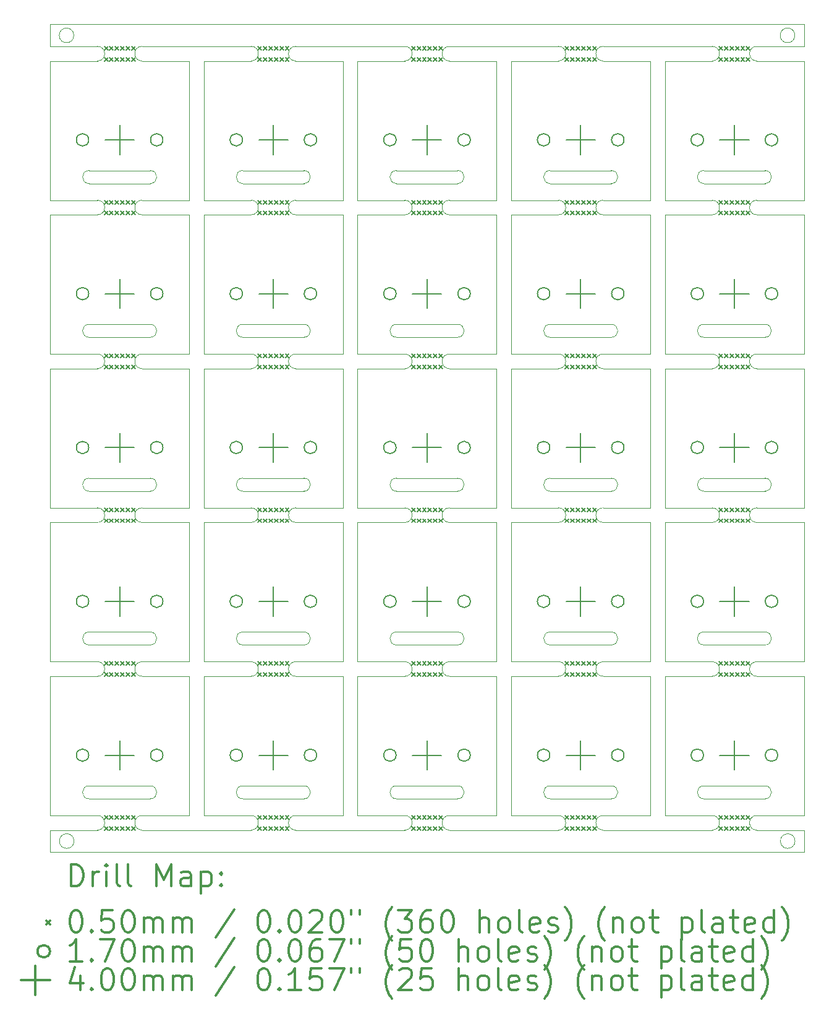
<source format=gbr>
%FSLAX45Y45*%
G04 Gerber Fmt 4.5, Leading zero omitted, Abs format (unit mm)*
G04 Created by KiCad (PCBNEW (5.1.9)-1) date 2021-09-16 12:17:50*
%MOMM*%
%LPD*%
G01*
G04 APERTURE LIST*
%TA.AperFunction,Profile*%
%ADD10C,0.050000*%
%TD*%
%ADD11C,0.200000*%
%ADD12C,0.300000*%
G04 APERTURE END LIST*
D10*
X14324255Y-14114705D02*
X13486055Y-14114705D01*
X12219255Y-14114705D02*
X11381055Y-14114705D01*
X10114255Y-14114705D02*
X9276055Y-14114705D01*
X8009255Y-14114705D02*
X7171055Y-14114705D01*
X5904255Y-14114705D02*
X5066055Y-14114705D01*
X14324255Y-12009705D02*
X13486055Y-12009705D01*
X12219255Y-12009705D02*
X11381055Y-12009705D01*
X10114255Y-12009705D02*
X9276055Y-12009705D01*
X8009255Y-12009705D02*
X7171055Y-12009705D01*
X5904255Y-12009705D02*
X5066055Y-12009705D01*
X14324255Y-9904705D02*
X13486055Y-9904705D01*
X12219255Y-9904705D02*
X11381055Y-9904705D01*
X10114255Y-9904705D02*
X9276055Y-9904705D01*
X8009255Y-9904705D02*
X7171055Y-9904705D01*
X5904255Y-9904705D02*
X5066055Y-9904705D01*
X14324255Y-7799705D02*
X13486055Y-7799705D01*
X12219255Y-7799705D02*
X11381055Y-7799705D01*
X10114255Y-7799705D02*
X9276055Y-7799705D01*
X8009255Y-7799705D02*
X7171055Y-7799705D01*
X5904255Y-7799705D02*
X5066055Y-7799705D01*
X14324255Y-5694705D02*
X13486055Y-5694705D01*
X12219255Y-5694705D02*
X11381055Y-5694705D01*
X10114255Y-5694705D02*
X9276055Y-5694705D01*
X8009255Y-5694705D02*
X7171055Y-5694705D01*
X14324255Y-13936905D02*
G75*
G02*
X14324255Y-14114705I0J-88900D01*
G01*
X12219255Y-13936905D02*
G75*
G02*
X12219255Y-14114705I0J-88900D01*
G01*
X10114255Y-13936905D02*
G75*
G02*
X10114255Y-14114705I0J-88900D01*
G01*
X8009255Y-13936905D02*
G75*
G02*
X8009255Y-14114705I0J-88900D01*
G01*
X5904255Y-13936905D02*
G75*
G02*
X5904255Y-14114705I0J-88900D01*
G01*
X14324255Y-11831905D02*
G75*
G02*
X14324255Y-12009705I0J-88900D01*
G01*
X12219255Y-11831905D02*
G75*
G02*
X12219255Y-12009705I0J-88900D01*
G01*
X10114255Y-11831905D02*
G75*
G02*
X10114255Y-12009705I0J-88900D01*
G01*
X8009255Y-11831905D02*
G75*
G02*
X8009255Y-12009705I0J-88900D01*
G01*
X5904255Y-11831905D02*
G75*
G02*
X5904255Y-12009705I0J-88900D01*
G01*
X14324255Y-9726905D02*
G75*
G02*
X14324255Y-9904705I0J-88900D01*
G01*
X12219255Y-9726905D02*
G75*
G02*
X12219255Y-9904705I0J-88900D01*
G01*
X10114255Y-9726905D02*
G75*
G02*
X10114255Y-9904705I0J-88900D01*
G01*
X8009255Y-9726905D02*
G75*
G02*
X8009255Y-9904705I0J-88900D01*
G01*
X5904255Y-9726905D02*
G75*
G02*
X5904255Y-9904705I0J-88900D01*
G01*
X14324255Y-7621905D02*
G75*
G02*
X14324255Y-7799705I0J-88900D01*
G01*
X12219255Y-7621905D02*
G75*
G02*
X12219255Y-7799705I0J-88900D01*
G01*
X10114255Y-7621905D02*
G75*
G02*
X10114255Y-7799705I0J-88900D01*
G01*
X8009255Y-7621905D02*
G75*
G02*
X8009255Y-7799705I0J-88900D01*
G01*
X5904255Y-7621905D02*
G75*
G02*
X5904255Y-7799705I0J-88900D01*
G01*
X14324255Y-5516905D02*
G75*
G02*
X14324255Y-5694705I0J-88900D01*
G01*
X12219255Y-5516905D02*
G75*
G02*
X12219255Y-5694705I0J-88900D01*
G01*
X10114255Y-5516905D02*
G75*
G02*
X10114255Y-5694705I0J-88900D01*
G01*
X8009255Y-5516905D02*
G75*
G02*
X8009255Y-5694705I0J-88900D01*
G01*
X13486055Y-14114705D02*
G75*
G02*
X13486055Y-13936905I0J88900D01*
G01*
X11381055Y-14114705D02*
G75*
G02*
X11381055Y-13936905I0J88900D01*
G01*
X9276055Y-14114705D02*
G75*
G02*
X9276055Y-13936905I0J88900D01*
G01*
X7171055Y-14114705D02*
G75*
G02*
X7171055Y-13936905I0J88900D01*
G01*
X5066055Y-14114705D02*
G75*
G02*
X5066055Y-13936905I0J88900D01*
G01*
X13486055Y-12009705D02*
G75*
G02*
X13486055Y-11831905I0J88900D01*
G01*
X11381055Y-12009705D02*
G75*
G02*
X11381055Y-11831905I0J88900D01*
G01*
X9276055Y-12009705D02*
G75*
G02*
X9276055Y-11831905I0J88900D01*
G01*
X7171055Y-12009705D02*
G75*
G02*
X7171055Y-11831905I0J88900D01*
G01*
X5066055Y-12009705D02*
G75*
G02*
X5066055Y-11831905I0J88900D01*
G01*
X13486055Y-9904705D02*
G75*
G02*
X13486055Y-9726905I0J88900D01*
G01*
X11381055Y-9904705D02*
G75*
G02*
X11381055Y-9726905I0J88900D01*
G01*
X9276055Y-9904705D02*
G75*
G02*
X9276055Y-9726905I0J88900D01*
G01*
X7171055Y-9904705D02*
G75*
G02*
X7171055Y-9726905I0J88900D01*
G01*
X5066055Y-9904705D02*
G75*
G02*
X5066055Y-9726905I0J88900D01*
G01*
X13486055Y-7799705D02*
G75*
G02*
X13486055Y-7621905I0J88900D01*
G01*
X11381055Y-7799705D02*
G75*
G02*
X11381055Y-7621905I0J88900D01*
G01*
X9276055Y-7799705D02*
G75*
G02*
X9276055Y-7621905I0J88900D01*
G01*
X7171055Y-7799705D02*
G75*
G02*
X7171055Y-7621905I0J88900D01*
G01*
X5066055Y-7799705D02*
G75*
G02*
X5066055Y-7621905I0J88900D01*
G01*
X13486055Y-5694705D02*
G75*
G02*
X13486055Y-5516905I0J88900D01*
G01*
X11381055Y-5694705D02*
G75*
G02*
X11381055Y-5516905I0J88900D01*
G01*
X9276055Y-5694705D02*
G75*
G02*
X9276055Y-5516905I0J88900D01*
G01*
X7171055Y-5694705D02*
G75*
G02*
X7171055Y-5516905I0J88900D01*
G01*
X14324255Y-13936905D02*
X13486055Y-13936905D01*
X12219255Y-13936905D02*
X11381055Y-13936905D01*
X10114255Y-13936905D02*
X9276055Y-13936905D01*
X8009255Y-13936905D02*
X7171055Y-13936905D01*
X5904255Y-13936905D02*
X5066055Y-13936905D01*
X14324255Y-11831905D02*
X13486055Y-11831905D01*
X12219255Y-11831905D02*
X11381055Y-11831905D01*
X10114255Y-11831905D02*
X9276055Y-11831905D01*
X8009255Y-11831905D02*
X7171055Y-11831905D01*
X5904255Y-11831905D02*
X5066055Y-11831905D01*
X14324255Y-9726905D02*
X13486055Y-9726905D01*
X12219255Y-9726905D02*
X11381055Y-9726905D01*
X10114255Y-9726905D02*
X9276055Y-9726905D01*
X8009255Y-9726905D02*
X7171055Y-9726905D01*
X5904255Y-9726905D02*
X5066055Y-9726905D01*
X14324255Y-7621905D02*
X13486055Y-7621905D01*
X12219255Y-7621905D02*
X11381055Y-7621905D01*
X10114255Y-7621905D02*
X9276055Y-7621905D01*
X8009255Y-7621905D02*
X7171055Y-7621905D01*
X5904255Y-7621905D02*
X5066055Y-7621905D01*
X14324255Y-5516905D02*
X13486055Y-5516905D01*
X12219255Y-5516905D02*
X11381055Y-5516905D01*
X10114255Y-5516905D02*
X9276055Y-5516905D01*
X8009255Y-5516905D02*
X7171055Y-5516905D01*
X5904255Y-5694705D02*
X5066055Y-5694705D01*
X5066055Y-5694705D02*
G75*
G02*
X5066055Y-5516905I0J88900D01*
G01*
X5904255Y-5516905D02*
G75*
G02*
X5904255Y-5694705I0J-88900D01*
G01*
X5904255Y-5516905D02*
X5066055Y-5516905D01*
X4535150Y-14843300D02*
X14860150Y-14843300D01*
X4535150Y-14543300D02*
X5180150Y-14543300D01*
X5792650Y-14543300D02*
X7285150Y-14543300D01*
X7897650Y-14543300D02*
X9390150Y-14543300D01*
X4535150Y-14543300D02*
X4535150Y-14843300D01*
X4860150Y-14693300D02*
G75*
G03*
X4860150Y-14693300I-100000J0D01*
G01*
X12107650Y-14543300D02*
X12755150Y-14543300D01*
X14212650Y-14543300D02*
X14860150Y-14543300D01*
X12955150Y-14543300D02*
X12755150Y-14543300D01*
X10002650Y-14543300D02*
X11495150Y-14543300D01*
X12955150Y-14543300D02*
X13600150Y-14543300D01*
X14860150Y-14543300D02*
X14860150Y-14843300D01*
X14735150Y-14693300D02*
G75*
G03*
X14735150Y-14693300I-100000J0D01*
G01*
X13600150Y-3818300D02*
X12107650Y-3818300D01*
X11495150Y-3818300D02*
X10002650Y-3818300D01*
X14857650Y-3818300D02*
X14857650Y-3518300D01*
X14857650Y-3518300D02*
X4532650Y-3518300D01*
X14857650Y-3818300D02*
X14212650Y-3818300D01*
X14732650Y-3668300D02*
G75*
G03*
X14732650Y-3668300I-100000J0D01*
G01*
X14857650Y-4018300D02*
X14857650Y-5923300D01*
X12952650Y-5923300D02*
X12952650Y-4018300D01*
X14857650Y-14343300D02*
X14212650Y-14343300D01*
X14857650Y-12438300D02*
X14212650Y-12438300D01*
X13600150Y-12438300D02*
X12952650Y-12438300D01*
X12952650Y-14343300D02*
X12952650Y-12438300D01*
X13600150Y-14343300D02*
X12952650Y-14343300D01*
X13600150Y-12238300D02*
G75*
G02*
X13600150Y-12438300I0J-100000D01*
G01*
X14212650Y-12438300D02*
G75*
G02*
X14212650Y-12238300I0J100000D01*
G01*
X14857650Y-12438300D02*
X14857650Y-14343300D01*
X14857650Y-6123300D02*
X14212650Y-6123300D01*
X14857650Y-8028300D02*
X14212650Y-8028300D01*
X14212650Y-6123300D02*
G75*
G02*
X14212650Y-5923300I0J100000D01*
G01*
X13600150Y-6123300D02*
X12952650Y-6123300D01*
X13600150Y-5923300D02*
G75*
G02*
X13600150Y-6123300I0J-100000D01*
G01*
X13600150Y-5923300D02*
X12952650Y-5923300D01*
X14857650Y-5923300D02*
X14212650Y-5923300D01*
X14212650Y-4018300D02*
G75*
G02*
X14212650Y-3818300I0J100000D01*
G01*
X13600150Y-4018300D02*
X12952650Y-4018300D01*
X13600150Y-14343300D02*
G75*
G02*
X13600150Y-14543300I0J-100000D01*
G01*
X14212650Y-14543300D02*
G75*
G02*
X14212650Y-14343300I0J100000D01*
G01*
X13600150Y-3818300D02*
G75*
G02*
X13600150Y-4018300I0J-100000D01*
G01*
X14857650Y-4018300D02*
X14212650Y-4018300D01*
X14857650Y-6123300D02*
X14857650Y-8028300D01*
X12952650Y-8028300D02*
X12952650Y-6123300D01*
X13600150Y-8028300D02*
X12952650Y-8028300D01*
X14857650Y-8228300D02*
X14857650Y-10133300D01*
X13600150Y-10333300D02*
X12952650Y-10333300D01*
X14857650Y-10333300D02*
X14857650Y-12238300D01*
X13600150Y-12238300D02*
X12952650Y-12238300D01*
X14212650Y-10333300D02*
G75*
G02*
X14212650Y-10133300I0J100000D01*
G01*
X13600150Y-10133300D02*
G75*
G02*
X13600150Y-10333300I0J-100000D01*
G01*
X14857650Y-12238300D02*
X14212650Y-12238300D01*
X14857650Y-10333300D02*
X14212650Y-10333300D01*
X12952650Y-10133300D02*
X12952650Y-8228300D01*
X12952650Y-12238300D02*
X12952650Y-10333300D01*
X14212650Y-8228300D02*
G75*
G02*
X14212650Y-8028300I0J100000D01*
G01*
X14857650Y-8228300D02*
X14212650Y-8228300D01*
X14857650Y-10133300D02*
X14212650Y-10133300D01*
X13600150Y-8028300D02*
G75*
G02*
X13600150Y-8228300I0J-100000D01*
G01*
X13600150Y-10133300D02*
X12952650Y-10133300D01*
X13600150Y-8228300D02*
X12952650Y-8228300D01*
X12752650Y-4018300D02*
X12752650Y-5923300D01*
X10847650Y-5923300D02*
X10847650Y-4018300D01*
X12752650Y-14343300D02*
X12107650Y-14343300D01*
X12752650Y-12438300D02*
X12107650Y-12438300D01*
X11495150Y-12438300D02*
X10847650Y-12438300D01*
X10847650Y-14343300D02*
X10847650Y-12438300D01*
X11495150Y-14343300D02*
X10847650Y-14343300D01*
X11495150Y-12238300D02*
G75*
G02*
X11495150Y-12438300I0J-100000D01*
G01*
X12107650Y-12438300D02*
G75*
G02*
X12107650Y-12238300I0J100000D01*
G01*
X12752650Y-12438300D02*
X12752650Y-14343300D01*
X12752650Y-6123300D02*
X12107650Y-6123300D01*
X12752650Y-8028300D02*
X12107650Y-8028300D01*
X12107650Y-6123300D02*
G75*
G02*
X12107650Y-5923300I0J100000D01*
G01*
X11495150Y-6123300D02*
X10847650Y-6123300D01*
X11495150Y-5923300D02*
G75*
G02*
X11495150Y-6123300I0J-100000D01*
G01*
X11495150Y-5923300D02*
X10847650Y-5923300D01*
X12752650Y-5923300D02*
X12107650Y-5923300D01*
X12107650Y-4018300D02*
G75*
G02*
X12107650Y-3818300I0J100000D01*
G01*
X11495150Y-4018300D02*
X10847650Y-4018300D01*
X11495150Y-14343300D02*
G75*
G02*
X11495150Y-14543300I0J-100000D01*
G01*
X12107650Y-14543300D02*
G75*
G02*
X12107650Y-14343300I0J100000D01*
G01*
X11495150Y-3818300D02*
G75*
G02*
X11495150Y-4018300I0J-100000D01*
G01*
X12752650Y-4018300D02*
X12107650Y-4018300D01*
X12752650Y-6123300D02*
X12752650Y-8028300D01*
X10847650Y-8028300D02*
X10847650Y-6123300D01*
X11495150Y-8028300D02*
X10847650Y-8028300D01*
X12752650Y-8228300D02*
X12752650Y-10133300D01*
X11495150Y-10333300D02*
X10847650Y-10333300D01*
X12752650Y-10333300D02*
X12752650Y-12238300D01*
X11495150Y-12238300D02*
X10847650Y-12238300D01*
X12107650Y-10333300D02*
G75*
G02*
X12107650Y-10133300I0J100000D01*
G01*
X11495150Y-10133300D02*
G75*
G02*
X11495150Y-10333300I0J-100000D01*
G01*
X12752650Y-12238300D02*
X12107650Y-12238300D01*
X12752650Y-10333300D02*
X12107650Y-10333300D01*
X10847650Y-10133300D02*
X10847650Y-8228300D01*
X10847650Y-12238300D02*
X10847650Y-10333300D01*
X12107650Y-8228300D02*
G75*
G02*
X12107650Y-8028300I0J100000D01*
G01*
X12752650Y-8228300D02*
X12107650Y-8228300D01*
X12752650Y-10133300D02*
X12107650Y-10133300D01*
X11495150Y-8028300D02*
G75*
G02*
X11495150Y-8228300I0J-100000D01*
G01*
X11495150Y-10133300D02*
X10847650Y-10133300D01*
X11495150Y-8228300D02*
X10847650Y-8228300D01*
X10647650Y-4018300D02*
X10647650Y-5923300D01*
X8742650Y-5923300D02*
X8742650Y-4018300D01*
X10647650Y-14343300D02*
X10002650Y-14343300D01*
X10647650Y-12438300D02*
X10002650Y-12438300D01*
X9390150Y-12438300D02*
X8742650Y-12438300D01*
X8742650Y-14343300D02*
X8742650Y-12438300D01*
X9390150Y-14343300D02*
X8742650Y-14343300D01*
X9390150Y-12238300D02*
G75*
G02*
X9390150Y-12438300I0J-100000D01*
G01*
X10002650Y-12438300D02*
G75*
G02*
X10002650Y-12238300I0J100000D01*
G01*
X10647650Y-12438300D02*
X10647650Y-14343300D01*
X10647650Y-6123300D02*
X10002650Y-6123300D01*
X10647650Y-8028300D02*
X10002650Y-8028300D01*
X10002650Y-6123300D02*
G75*
G02*
X10002650Y-5923300I0J100000D01*
G01*
X9390150Y-6123300D02*
X8742650Y-6123300D01*
X9390150Y-5923300D02*
G75*
G02*
X9390150Y-6123300I0J-100000D01*
G01*
X9390150Y-5923300D02*
X8742650Y-5923300D01*
X10647650Y-5923300D02*
X10002650Y-5923300D01*
X10002650Y-4018300D02*
G75*
G02*
X10002650Y-3818300I0J100000D01*
G01*
X9390150Y-4018300D02*
X8742650Y-4018300D01*
X9390150Y-14343300D02*
G75*
G02*
X9390150Y-14543300I0J-100000D01*
G01*
X10002650Y-14543300D02*
G75*
G02*
X10002650Y-14343300I0J100000D01*
G01*
X9390150Y-3818300D02*
G75*
G02*
X9390150Y-4018300I0J-100000D01*
G01*
X10647650Y-4018300D02*
X10002650Y-4018300D01*
X10647650Y-6123300D02*
X10647650Y-8028300D01*
X8742650Y-8028300D02*
X8742650Y-6123300D01*
X9390150Y-8028300D02*
X8742650Y-8028300D01*
X10647650Y-8228300D02*
X10647650Y-10133300D01*
X9390150Y-10333300D02*
X8742650Y-10333300D01*
X10647650Y-10333300D02*
X10647650Y-12238300D01*
X9390150Y-12238300D02*
X8742650Y-12238300D01*
X10002650Y-10333300D02*
G75*
G02*
X10002650Y-10133300I0J100000D01*
G01*
X9390150Y-10133300D02*
G75*
G02*
X9390150Y-10333300I0J-100000D01*
G01*
X10647650Y-12238300D02*
X10002650Y-12238300D01*
X10647650Y-10333300D02*
X10002650Y-10333300D01*
X8742650Y-10133300D02*
X8742650Y-8228300D01*
X8742650Y-12238300D02*
X8742650Y-10333300D01*
X10002650Y-8228300D02*
G75*
G02*
X10002650Y-8028300I0J100000D01*
G01*
X10647650Y-8228300D02*
X10002650Y-8228300D01*
X10647650Y-10133300D02*
X10002650Y-10133300D01*
X9390150Y-8028300D02*
G75*
G02*
X9390150Y-8228300I0J-100000D01*
G01*
X9390150Y-10133300D02*
X8742650Y-10133300D01*
X9390150Y-8228300D02*
X8742650Y-8228300D01*
X5792650Y-14543300D02*
G75*
G02*
X5792650Y-14343300I0J100000D01*
G01*
X7285150Y-14343300D02*
G75*
G02*
X7285150Y-14543300I0J-100000D01*
G01*
X7897650Y-14543300D02*
G75*
G02*
X7897650Y-14343300I0J100000D01*
G01*
X5180150Y-14343300D02*
G75*
G02*
X5180150Y-14543300I0J-100000D01*
G01*
X6437650Y-12438300D02*
X6437650Y-14343300D01*
X8542650Y-12438300D02*
X8542650Y-14343300D01*
X6637650Y-14343300D02*
X6637650Y-12438300D01*
X4532650Y-14343300D02*
X4532650Y-12438300D01*
X7285150Y-14343300D02*
X6637650Y-14343300D01*
X8542650Y-14343300D02*
X7897650Y-14343300D01*
X7897650Y-12438300D02*
G75*
G02*
X7897650Y-12238300I0J100000D01*
G01*
X7285150Y-12438300D02*
X6637650Y-12438300D01*
X5792650Y-12438300D02*
G75*
G02*
X5792650Y-12238300I0J100000D01*
G01*
X6437650Y-12438300D02*
X5792650Y-12438300D01*
X6437650Y-14343300D02*
X5792650Y-14343300D01*
X7285150Y-12238300D02*
G75*
G02*
X7285150Y-12438300I0J-100000D01*
G01*
X8542650Y-12438300D02*
X7897650Y-12438300D01*
X5180150Y-14343300D02*
X4532650Y-14343300D01*
X5180150Y-12438300D02*
X4532650Y-12438300D01*
X5180150Y-12238300D02*
G75*
G02*
X5180150Y-12438300I0J-100000D01*
G01*
X6437650Y-10333300D02*
X6437650Y-12238300D01*
X8542650Y-10333300D02*
X8542650Y-12238300D01*
X6637650Y-12238300D02*
X6637650Y-10333300D01*
X4532650Y-12238300D02*
X4532650Y-10333300D01*
X7285150Y-12238300D02*
X6637650Y-12238300D01*
X8542650Y-12238300D02*
X7897650Y-12238300D01*
X7897650Y-10333300D02*
G75*
G02*
X7897650Y-10133300I0J100000D01*
G01*
X7285150Y-10333300D02*
X6637650Y-10333300D01*
X5792650Y-10333300D02*
G75*
G02*
X5792650Y-10133300I0J100000D01*
G01*
X6437650Y-10333300D02*
X5792650Y-10333300D01*
X6437650Y-12238300D02*
X5792650Y-12238300D01*
X7285150Y-10133300D02*
G75*
G02*
X7285150Y-10333300I0J-100000D01*
G01*
X8542650Y-10333300D02*
X7897650Y-10333300D01*
X5180150Y-12238300D02*
X4532650Y-12238300D01*
X5180150Y-10333300D02*
X4532650Y-10333300D01*
X5180150Y-10133300D02*
G75*
G02*
X5180150Y-10333300I0J-100000D01*
G01*
X6437650Y-8228300D02*
X6437650Y-10133300D01*
X8542650Y-8228300D02*
X8542650Y-10133300D01*
X6637650Y-10133300D02*
X6637650Y-8228300D01*
X4532650Y-10133300D02*
X4532650Y-8228300D01*
X7285150Y-10133300D02*
X6637650Y-10133300D01*
X8542650Y-10133300D02*
X7897650Y-10133300D01*
X7897650Y-8228300D02*
G75*
G02*
X7897650Y-8028300I0J100000D01*
G01*
X7285150Y-8228300D02*
X6637650Y-8228300D01*
X5792650Y-8228300D02*
G75*
G02*
X5792650Y-8028300I0J100000D01*
G01*
X6437650Y-8228300D02*
X5792650Y-8228300D01*
X6437650Y-10133300D02*
X5792650Y-10133300D01*
X7285150Y-8028300D02*
G75*
G02*
X7285150Y-8228300I0J-100000D01*
G01*
X8542650Y-8228300D02*
X7897650Y-8228300D01*
X5180150Y-10133300D02*
X4532650Y-10133300D01*
X5180150Y-8228300D02*
X4532650Y-8228300D01*
X5180150Y-8028300D02*
G75*
G02*
X5180150Y-8228300I0J-100000D01*
G01*
X6437650Y-6123300D02*
X6437650Y-8028300D01*
X8542650Y-6123300D02*
X8542650Y-8028300D01*
X6637650Y-8028300D02*
X6637650Y-6123300D01*
X4532650Y-8028300D02*
X4532650Y-6123300D01*
X7285150Y-8028300D02*
X6637650Y-8028300D01*
X8542650Y-8028300D02*
X7897650Y-8028300D01*
X7897650Y-6123300D02*
G75*
G02*
X7897650Y-5923300I0J100000D01*
G01*
X7285150Y-6123300D02*
X6637650Y-6123300D01*
X5792650Y-6123300D02*
G75*
G02*
X5792650Y-5923300I0J100000D01*
G01*
X6437650Y-6123300D02*
X5792650Y-6123300D01*
X6437650Y-8028300D02*
X5792650Y-8028300D01*
X7285150Y-5923300D02*
G75*
G02*
X7285150Y-6123300I0J-100000D01*
G01*
X8542650Y-6123300D02*
X7897650Y-6123300D01*
X5180150Y-8028300D02*
X4532650Y-8028300D01*
X5180150Y-6123300D02*
X4532650Y-6123300D01*
X5180150Y-5923300D02*
G75*
G02*
X5180150Y-6123300I0J-100000D01*
G01*
X4857650Y-3668300D02*
G75*
G03*
X4857650Y-3668300I-100000J0D01*
G01*
X4532650Y-3818300D02*
X4532650Y-3518300D01*
X6437650Y-3818300D02*
X6637650Y-3818300D01*
X5180150Y-3818300D02*
X4532650Y-3818300D01*
X6437650Y-3818300D02*
X5792650Y-3818300D01*
X7285150Y-3818300D02*
X6637650Y-3818300D01*
X9390150Y-3818300D02*
X7897650Y-3818300D01*
X5180150Y-5923300D02*
X4532650Y-5923300D01*
X6437650Y-5923300D02*
X5792650Y-5923300D01*
X6437650Y-4018300D02*
X5792650Y-4018300D01*
X5180150Y-3818300D02*
G75*
G02*
X5180150Y-4018300I0J-100000D01*
G01*
X5792650Y-4018300D02*
G75*
G02*
X5792650Y-3818300I0J100000D01*
G01*
X5180150Y-4018300D02*
X4532650Y-4018300D01*
X8542650Y-4018300D02*
X7897650Y-4018300D01*
X7285150Y-3818300D02*
G75*
G02*
X7285150Y-4018300I0J-100000D01*
G01*
X7897650Y-4018300D02*
G75*
G02*
X7897650Y-3818300I0J100000D01*
G01*
X7285150Y-4018300D02*
X6637650Y-4018300D01*
X8542650Y-5923300D02*
X7897650Y-5923300D01*
X7285150Y-5923300D02*
X6637650Y-5923300D01*
X8542650Y-4018300D02*
X8542650Y-5923300D01*
X6637650Y-5923300D02*
X6637650Y-4018300D01*
X6437650Y-4018300D02*
X6437650Y-5923300D01*
X4532650Y-5923300D02*
X4532650Y-4018300D01*
D11*
X5273980Y-3819220D02*
X5323980Y-3869220D01*
X5323980Y-3819220D02*
X5273980Y-3869220D01*
X5273980Y-3969220D02*
X5323980Y-4019220D01*
X5323980Y-3969220D02*
X5273980Y-4019220D01*
X5273980Y-5924220D02*
X5323980Y-5974220D01*
X5323980Y-5924220D02*
X5273980Y-5974220D01*
X5273980Y-6074220D02*
X5323980Y-6124220D01*
X5323980Y-6074220D02*
X5273980Y-6124220D01*
X5273980Y-8029220D02*
X5323980Y-8079220D01*
X5323980Y-8029220D02*
X5273980Y-8079220D01*
X5273980Y-8179220D02*
X5323980Y-8229220D01*
X5323980Y-8179220D02*
X5273980Y-8229220D01*
X5273980Y-10134220D02*
X5323980Y-10184220D01*
X5323980Y-10134220D02*
X5273980Y-10184220D01*
X5273980Y-10284220D02*
X5323980Y-10334220D01*
X5323980Y-10284220D02*
X5273980Y-10334220D01*
X5273980Y-12239220D02*
X5323980Y-12289220D01*
X5323980Y-12239220D02*
X5273980Y-12289220D01*
X5273980Y-12389220D02*
X5323980Y-12439220D01*
X5323980Y-12389220D02*
X5273980Y-12439220D01*
X5273980Y-14344220D02*
X5323980Y-14394220D01*
X5323980Y-14344220D02*
X5273980Y-14394220D01*
X5273980Y-14494220D02*
X5323980Y-14544220D01*
X5323980Y-14494220D02*
X5273980Y-14544220D01*
X5348980Y-3819220D02*
X5398980Y-3869220D01*
X5398980Y-3819220D02*
X5348980Y-3869220D01*
X5348980Y-3969220D02*
X5398980Y-4019220D01*
X5398980Y-3969220D02*
X5348980Y-4019220D01*
X5348980Y-5924220D02*
X5398980Y-5974220D01*
X5398980Y-5924220D02*
X5348980Y-5974220D01*
X5348980Y-6074220D02*
X5398980Y-6124220D01*
X5398980Y-6074220D02*
X5348980Y-6124220D01*
X5348980Y-8029220D02*
X5398980Y-8079220D01*
X5398980Y-8029220D02*
X5348980Y-8079220D01*
X5348980Y-8179220D02*
X5398980Y-8229220D01*
X5398980Y-8179220D02*
X5348980Y-8229220D01*
X5348980Y-10134220D02*
X5398980Y-10184220D01*
X5398980Y-10134220D02*
X5348980Y-10184220D01*
X5348980Y-10284220D02*
X5398980Y-10334220D01*
X5398980Y-10284220D02*
X5348980Y-10334220D01*
X5348980Y-12239220D02*
X5398980Y-12289220D01*
X5398980Y-12239220D02*
X5348980Y-12289220D01*
X5348980Y-12389220D02*
X5398980Y-12439220D01*
X5398980Y-12389220D02*
X5348980Y-12439220D01*
X5348980Y-14344220D02*
X5398980Y-14394220D01*
X5398980Y-14344220D02*
X5348980Y-14394220D01*
X5348980Y-14494220D02*
X5398980Y-14544220D01*
X5398980Y-14494220D02*
X5348980Y-14544220D01*
X5423980Y-3819220D02*
X5473980Y-3869220D01*
X5473980Y-3819220D02*
X5423980Y-3869220D01*
X5423980Y-3969220D02*
X5473980Y-4019220D01*
X5473980Y-3969220D02*
X5423980Y-4019220D01*
X5423980Y-5924220D02*
X5473980Y-5974220D01*
X5473980Y-5924220D02*
X5423980Y-5974220D01*
X5423980Y-6074220D02*
X5473980Y-6124220D01*
X5473980Y-6074220D02*
X5423980Y-6124220D01*
X5423980Y-8029220D02*
X5473980Y-8079220D01*
X5473980Y-8029220D02*
X5423980Y-8079220D01*
X5423980Y-8179220D02*
X5473980Y-8229220D01*
X5473980Y-8179220D02*
X5423980Y-8229220D01*
X5423980Y-10134220D02*
X5473980Y-10184220D01*
X5473980Y-10134220D02*
X5423980Y-10184220D01*
X5423980Y-10284220D02*
X5473980Y-10334220D01*
X5473980Y-10284220D02*
X5423980Y-10334220D01*
X5423980Y-12239220D02*
X5473980Y-12289220D01*
X5473980Y-12239220D02*
X5423980Y-12289220D01*
X5423980Y-12389220D02*
X5473980Y-12439220D01*
X5473980Y-12389220D02*
X5423980Y-12439220D01*
X5423980Y-14344220D02*
X5473980Y-14394220D01*
X5473980Y-14344220D02*
X5423980Y-14394220D01*
X5423980Y-14494220D02*
X5473980Y-14544220D01*
X5473980Y-14494220D02*
X5423980Y-14544220D01*
X5499430Y-3819220D02*
X5549430Y-3869220D01*
X5549430Y-3819220D02*
X5499430Y-3869220D01*
X5499430Y-3969220D02*
X5549430Y-4019220D01*
X5549430Y-3969220D02*
X5499430Y-4019220D01*
X5499430Y-5924220D02*
X5549430Y-5974220D01*
X5549430Y-5924220D02*
X5499430Y-5974220D01*
X5499430Y-6074220D02*
X5549430Y-6124220D01*
X5549430Y-6074220D02*
X5499430Y-6124220D01*
X5499430Y-8029220D02*
X5549430Y-8079220D01*
X5549430Y-8029220D02*
X5499430Y-8079220D01*
X5499430Y-8179220D02*
X5549430Y-8229220D01*
X5549430Y-8179220D02*
X5499430Y-8229220D01*
X5499430Y-10134220D02*
X5549430Y-10184220D01*
X5549430Y-10134220D02*
X5499430Y-10184220D01*
X5499430Y-10284220D02*
X5549430Y-10334220D01*
X5549430Y-10284220D02*
X5499430Y-10334220D01*
X5499430Y-12239220D02*
X5549430Y-12289220D01*
X5549430Y-12239220D02*
X5499430Y-12289220D01*
X5499430Y-12389220D02*
X5549430Y-12439220D01*
X5549430Y-12389220D02*
X5499430Y-12439220D01*
X5499430Y-14344220D02*
X5549430Y-14394220D01*
X5549430Y-14344220D02*
X5499430Y-14394220D01*
X5499430Y-14494220D02*
X5549430Y-14544220D01*
X5549430Y-14494220D02*
X5499430Y-14544220D01*
X5574430Y-3819220D02*
X5624430Y-3869220D01*
X5624430Y-3819220D02*
X5574430Y-3869220D01*
X5574430Y-3969220D02*
X5624430Y-4019220D01*
X5624430Y-3969220D02*
X5574430Y-4019220D01*
X5574430Y-5924220D02*
X5624430Y-5974220D01*
X5624430Y-5924220D02*
X5574430Y-5974220D01*
X5574430Y-6074220D02*
X5624430Y-6124220D01*
X5624430Y-6074220D02*
X5574430Y-6124220D01*
X5574430Y-8029220D02*
X5624430Y-8079220D01*
X5624430Y-8029220D02*
X5574430Y-8079220D01*
X5574430Y-8179220D02*
X5624430Y-8229220D01*
X5624430Y-8179220D02*
X5574430Y-8229220D01*
X5574430Y-10134220D02*
X5624430Y-10184220D01*
X5624430Y-10134220D02*
X5574430Y-10184220D01*
X5574430Y-10284220D02*
X5624430Y-10334220D01*
X5624430Y-10284220D02*
X5574430Y-10334220D01*
X5574430Y-12239220D02*
X5624430Y-12289220D01*
X5624430Y-12239220D02*
X5574430Y-12289220D01*
X5574430Y-12389220D02*
X5624430Y-12439220D01*
X5624430Y-12389220D02*
X5574430Y-12439220D01*
X5574430Y-14344220D02*
X5624430Y-14394220D01*
X5624430Y-14344220D02*
X5574430Y-14394220D01*
X5574430Y-14494220D02*
X5624430Y-14544220D01*
X5624430Y-14494220D02*
X5574430Y-14544220D01*
X5649430Y-3819220D02*
X5699430Y-3869220D01*
X5699430Y-3819220D02*
X5649430Y-3869220D01*
X5649430Y-3969220D02*
X5699430Y-4019220D01*
X5699430Y-3969220D02*
X5649430Y-4019220D01*
X5649430Y-5924220D02*
X5699430Y-5974220D01*
X5699430Y-5924220D02*
X5649430Y-5974220D01*
X5649430Y-6074220D02*
X5699430Y-6124220D01*
X5699430Y-6074220D02*
X5649430Y-6124220D01*
X5649430Y-8029220D02*
X5699430Y-8079220D01*
X5699430Y-8029220D02*
X5649430Y-8079220D01*
X5649430Y-8179220D02*
X5699430Y-8229220D01*
X5699430Y-8179220D02*
X5649430Y-8229220D01*
X5649430Y-10134220D02*
X5699430Y-10184220D01*
X5699430Y-10134220D02*
X5649430Y-10184220D01*
X5649430Y-10284220D02*
X5699430Y-10334220D01*
X5699430Y-10284220D02*
X5649430Y-10334220D01*
X5649430Y-12239220D02*
X5699430Y-12289220D01*
X5699430Y-12239220D02*
X5649430Y-12289220D01*
X5649430Y-12389220D02*
X5699430Y-12439220D01*
X5699430Y-12389220D02*
X5649430Y-12439220D01*
X5649430Y-14344220D02*
X5699430Y-14394220D01*
X5699430Y-14344220D02*
X5649430Y-14394220D01*
X5649430Y-14494220D02*
X5699430Y-14544220D01*
X5699430Y-14494220D02*
X5649430Y-14544220D01*
X7378980Y-3819220D02*
X7428980Y-3869220D01*
X7428980Y-3819220D02*
X7378980Y-3869220D01*
X7378980Y-3969220D02*
X7428980Y-4019220D01*
X7428980Y-3969220D02*
X7378980Y-4019220D01*
X7378980Y-5924220D02*
X7428980Y-5974220D01*
X7428980Y-5924220D02*
X7378980Y-5974220D01*
X7378980Y-6074220D02*
X7428980Y-6124220D01*
X7428980Y-6074220D02*
X7378980Y-6124220D01*
X7378980Y-8029220D02*
X7428980Y-8079220D01*
X7428980Y-8029220D02*
X7378980Y-8079220D01*
X7378980Y-8179220D02*
X7428980Y-8229220D01*
X7428980Y-8179220D02*
X7378980Y-8229220D01*
X7378980Y-10134220D02*
X7428980Y-10184220D01*
X7428980Y-10134220D02*
X7378980Y-10184220D01*
X7378980Y-10284220D02*
X7428980Y-10334220D01*
X7428980Y-10284220D02*
X7378980Y-10334220D01*
X7378980Y-12239220D02*
X7428980Y-12289220D01*
X7428980Y-12239220D02*
X7378980Y-12289220D01*
X7378980Y-12389220D02*
X7428980Y-12439220D01*
X7428980Y-12389220D02*
X7378980Y-12439220D01*
X7378980Y-14344220D02*
X7428980Y-14394220D01*
X7428980Y-14344220D02*
X7378980Y-14394220D01*
X7378980Y-14494220D02*
X7428980Y-14544220D01*
X7428980Y-14494220D02*
X7378980Y-14544220D01*
X7453980Y-3819220D02*
X7503980Y-3869220D01*
X7503980Y-3819220D02*
X7453980Y-3869220D01*
X7453980Y-3969220D02*
X7503980Y-4019220D01*
X7503980Y-3969220D02*
X7453980Y-4019220D01*
X7453980Y-5924220D02*
X7503980Y-5974220D01*
X7503980Y-5924220D02*
X7453980Y-5974220D01*
X7453980Y-6074220D02*
X7503980Y-6124220D01*
X7503980Y-6074220D02*
X7453980Y-6124220D01*
X7453980Y-8029220D02*
X7503980Y-8079220D01*
X7503980Y-8029220D02*
X7453980Y-8079220D01*
X7453980Y-8179220D02*
X7503980Y-8229220D01*
X7503980Y-8179220D02*
X7453980Y-8229220D01*
X7453980Y-10134220D02*
X7503980Y-10184220D01*
X7503980Y-10134220D02*
X7453980Y-10184220D01*
X7453980Y-10284220D02*
X7503980Y-10334220D01*
X7503980Y-10284220D02*
X7453980Y-10334220D01*
X7453980Y-12239220D02*
X7503980Y-12289220D01*
X7503980Y-12239220D02*
X7453980Y-12289220D01*
X7453980Y-12389220D02*
X7503980Y-12439220D01*
X7503980Y-12389220D02*
X7453980Y-12439220D01*
X7453980Y-14344220D02*
X7503980Y-14394220D01*
X7503980Y-14344220D02*
X7453980Y-14394220D01*
X7453980Y-14494220D02*
X7503980Y-14544220D01*
X7503980Y-14494220D02*
X7453980Y-14544220D01*
X7528980Y-3819220D02*
X7578980Y-3869220D01*
X7578980Y-3819220D02*
X7528980Y-3869220D01*
X7528980Y-3969220D02*
X7578980Y-4019220D01*
X7578980Y-3969220D02*
X7528980Y-4019220D01*
X7528980Y-5924220D02*
X7578980Y-5974220D01*
X7578980Y-5924220D02*
X7528980Y-5974220D01*
X7528980Y-6074220D02*
X7578980Y-6124220D01*
X7578980Y-6074220D02*
X7528980Y-6124220D01*
X7528980Y-8029220D02*
X7578980Y-8079220D01*
X7578980Y-8029220D02*
X7528980Y-8079220D01*
X7528980Y-8179220D02*
X7578980Y-8229220D01*
X7578980Y-8179220D02*
X7528980Y-8229220D01*
X7528980Y-10134220D02*
X7578980Y-10184220D01*
X7578980Y-10134220D02*
X7528980Y-10184220D01*
X7528980Y-10284220D02*
X7578980Y-10334220D01*
X7578980Y-10284220D02*
X7528980Y-10334220D01*
X7528980Y-12239220D02*
X7578980Y-12289220D01*
X7578980Y-12239220D02*
X7528980Y-12289220D01*
X7528980Y-12389220D02*
X7578980Y-12439220D01*
X7578980Y-12389220D02*
X7528980Y-12439220D01*
X7528980Y-14344220D02*
X7578980Y-14394220D01*
X7578980Y-14344220D02*
X7528980Y-14394220D01*
X7528980Y-14494220D02*
X7578980Y-14544220D01*
X7578980Y-14494220D02*
X7528980Y-14544220D01*
X7604430Y-3819220D02*
X7654430Y-3869220D01*
X7654430Y-3819220D02*
X7604430Y-3869220D01*
X7604430Y-3969220D02*
X7654430Y-4019220D01*
X7654430Y-3969220D02*
X7604430Y-4019220D01*
X7604430Y-5924220D02*
X7654430Y-5974220D01*
X7654430Y-5924220D02*
X7604430Y-5974220D01*
X7604430Y-6074220D02*
X7654430Y-6124220D01*
X7654430Y-6074220D02*
X7604430Y-6124220D01*
X7604430Y-8029220D02*
X7654430Y-8079220D01*
X7654430Y-8029220D02*
X7604430Y-8079220D01*
X7604430Y-8179220D02*
X7654430Y-8229220D01*
X7654430Y-8179220D02*
X7604430Y-8229220D01*
X7604430Y-10134220D02*
X7654430Y-10184220D01*
X7654430Y-10134220D02*
X7604430Y-10184220D01*
X7604430Y-10284220D02*
X7654430Y-10334220D01*
X7654430Y-10284220D02*
X7604430Y-10334220D01*
X7604430Y-12239220D02*
X7654430Y-12289220D01*
X7654430Y-12239220D02*
X7604430Y-12289220D01*
X7604430Y-12389220D02*
X7654430Y-12439220D01*
X7654430Y-12389220D02*
X7604430Y-12439220D01*
X7604430Y-14344220D02*
X7654430Y-14394220D01*
X7654430Y-14344220D02*
X7604430Y-14394220D01*
X7604430Y-14494220D02*
X7654430Y-14544220D01*
X7654430Y-14494220D02*
X7604430Y-14544220D01*
X7679430Y-3819220D02*
X7729430Y-3869220D01*
X7729430Y-3819220D02*
X7679430Y-3869220D01*
X7679430Y-3969220D02*
X7729430Y-4019220D01*
X7729430Y-3969220D02*
X7679430Y-4019220D01*
X7679430Y-5924220D02*
X7729430Y-5974220D01*
X7729430Y-5924220D02*
X7679430Y-5974220D01*
X7679430Y-6074220D02*
X7729430Y-6124220D01*
X7729430Y-6074220D02*
X7679430Y-6124220D01*
X7679430Y-8029220D02*
X7729430Y-8079220D01*
X7729430Y-8029220D02*
X7679430Y-8079220D01*
X7679430Y-8179220D02*
X7729430Y-8229220D01*
X7729430Y-8179220D02*
X7679430Y-8229220D01*
X7679430Y-10134220D02*
X7729430Y-10184220D01*
X7729430Y-10134220D02*
X7679430Y-10184220D01*
X7679430Y-10284220D02*
X7729430Y-10334220D01*
X7729430Y-10284220D02*
X7679430Y-10334220D01*
X7679430Y-12239220D02*
X7729430Y-12289220D01*
X7729430Y-12239220D02*
X7679430Y-12289220D01*
X7679430Y-12389220D02*
X7729430Y-12439220D01*
X7729430Y-12389220D02*
X7679430Y-12439220D01*
X7679430Y-14344220D02*
X7729430Y-14394220D01*
X7729430Y-14344220D02*
X7679430Y-14394220D01*
X7679430Y-14494220D02*
X7729430Y-14544220D01*
X7729430Y-14494220D02*
X7679430Y-14544220D01*
X7754430Y-3819220D02*
X7804430Y-3869220D01*
X7804430Y-3819220D02*
X7754430Y-3869220D01*
X7754430Y-3969220D02*
X7804430Y-4019220D01*
X7804430Y-3969220D02*
X7754430Y-4019220D01*
X7754430Y-5924220D02*
X7804430Y-5974220D01*
X7804430Y-5924220D02*
X7754430Y-5974220D01*
X7754430Y-6074220D02*
X7804430Y-6124220D01*
X7804430Y-6074220D02*
X7754430Y-6124220D01*
X7754430Y-8029220D02*
X7804430Y-8079220D01*
X7804430Y-8029220D02*
X7754430Y-8079220D01*
X7754430Y-8179220D02*
X7804430Y-8229220D01*
X7804430Y-8179220D02*
X7754430Y-8229220D01*
X7754430Y-10134220D02*
X7804430Y-10184220D01*
X7804430Y-10134220D02*
X7754430Y-10184220D01*
X7754430Y-10284220D02*
X7804430Y-10334220D01*
X7804430Y-10284220D02*
X7754430Y-10334220D01*
X7754430Y-12239220D02*
X7804430Y-12289220D01*
X7804430Y-12239220D02*
X7754430Y-12289220D01*
X7754430Y-12389220D02*
X7804430Y-12439220D01*
X7804430Y-12389220D02*
X7754430Y-12439220D01*
X7754430Y-14344220D02*
X7804430Y-14394220D01*
X7804430Y-14344220D02*
X7754430Y-14394220D01*
X7754430Y-14494220D02*
X7804430Y-14544220D01*
X7804430Y-14494220D02*
X7754430Y-14544220D01*
X9483980Y-3819220D02*
X9533980Y-3869220D01*
X9533980Y-3819220D02*
X9483980Y-3869220D01*
X9483980Y-3969220D02*
X9533980Y-4019220D01*
X9533980Y-3969220D02*
X9483980Y-4019220D01*
X9483980Y-5924220D02*
X9533980Y-5974220D01*
X9533980Y-5924220D02*
X9483980Y-5974220D01*
X9483980Y-6074220D02*
X9533980Y-6124220D01*
X9533980Y-6074220D02*
X9483980Y-6124220D01*
X9483980Y-8029220D02*
X9533980Y-8079220D01*
X9533980Y-8029220D02*
X9483980Y-8079220D01*
X9483980Y-8179220D02*
X9533980Y-8229220D01*
X9533980Y-8179220D02*
X9483980Y-8229220D01*
X9483980Y-10134220D02*
X9533980Y-10184220D01*
X9533980Y-10134220D02*
X9483980Y-10184220D01*
X9483980Y-10284220D02*
X9533980Y-10334220D01*
X9533980Y-10284220D02*
X9483980Y-10334220D01*
X9483980Y-12239220D02*
X9533980Y-12289220D01*
X9533980Y-12239220D02*
X9483980Y-12289220D01*
X9483980Y-12389220D02*
X9533980Y-12439220D01*
X9533980Y-12389220D02*
X9483980Y-12439220D01*
X9483980Y-14344220D02*
X9533980Y-14394220D01*
X9533980Y-14344220D02*
X9483980Y-14394220D01*
X9483980Y-14494220D02*
X9533980Y-14544220D01*
X9533980Y-14494220D02*
X9483980Y-14544220D01*
X9558980Y-3819220D02*
X9608980Y-3869220D01*
X9608980Y-3819220D02*
X9558980Y-3869220D01*
X9558980Y-3969220D02*
X9608980Y-4019220D01*
X9608980Y-3969220D02*
X9558980Y-4019220D01*
X9558980Y-5924220D02*
X9608980Y-5974220D01*
X9608980Y-5924220D02*
X9558980Y-5974220D01*
X9558980Y-6074220D02*
X9608980Y-6124220D01*
X9608980Y-6074220D02*
X9558980Y-6124220D01*
X9558980Y-8029220D02*
X9608980Y-8079220D01*
X9608980Y-8029220D02*
X9558980Y-8079220D01*
X9558980Y-8179220D02*
X9608980Y-8229220D01*
X9608980Y-8179220D02*
X9558980Y-8229220D01*
X9558980Y-10134220D02*
X9608980Y-10184220D01*
X9608980Y-10134220D02*
X9558980Y-10184220D01*
X9558980Y-10284220D02*
X9608980Y-10334220D01*
X9608980Y-10284220D02*
X9558980Y-10334220D01*
X9558980Y-12239220D02*
X9608980Y-12289220D01*
X9608980Y-12239220D02*
X9558980Y-12289220D01*
X9558980Y-12389220D02*
X9608980Y-12439220D01*
X9608980Y-12389220D02*
X9558980Y-12439220D01*
X9558980Y-14344220D02*
X9608980Y-14394220D01*
X9608980Y-14344220D02*
X9558980Y-14394220D01*
X9558980Y-14494220D02*
X9608980Y-14544220D01*
X9608980Y-14494220D02*
X9558980Y-14544220D01*
X9633980Y-3819220D02*
X9683980Y-3869220D01*
X9683980Y-3819220D02*
X9633980Y-3869220D01*
X9633980Y-3969220D02*
X9683980Y-4019220D01*
X9683980Y-3969220D02*
X9633980Y-4019220D01*
X9633980Y-5924220D02*
X9683980Y-5974220D01*
X9683980Y-5924220D02*
X9633980Y-5974220D01*
X9633980Y-6074220D02*
X9683980Y-6124220D01*
X9683980Y-6074220D02*
X9633980Y-6124220D01*
X9633980Y-8029220D02*
X9683980Y-8079220D01*
X9683980Y-8029220D02*
X9633980Y-8079220D01*
X9633980Y-8179220D02*
X9683980Y-8229220D01*
X9683980Y-8179220D02*
X9633980Y-8229220D01*
X9633980Y-10134220D02*
X9683980Y-10184220D01*
X9683980Y-10134220D02*
X9633980Y-10184220D01*
X9633980Y-10284220D02*
X9683980Y-10334220D01*
X9683980Y-10284220D02*
X9633980Y-10334220D01*
X9633980Y-12239220D02*
X9683980Y-12289220D01*
X9683980Y-12239220D02*
X9633980Y-12289220D01*
X9633980Y-12389220D02*
X9683980Y-12439220D01*
X9683980Y-12389220D02*
X9633980Y-12439220D01*
X9633980Y-14344220D02*
X9683980Y-14394220D01*
X9683980Y-14344220D02*
X9633980Y-14394220D01*
X9633980Y-14494220D02*
X9683980Y-14544220D01*
X9683980Y-14494220D02*
X9633980Y-14544220D01*
X9709430Y-3819220D02*
X9759430Y-3869220D01*
X9759430Y-3819220D02*
X9709430Y-3869220D01*
X9709430Y-3969220D02*
X9759430Y-4019220D01*
X9759430Y-3969220D02*
X9709430Y-4019220D01*
X9709430Y-5924220D02*
X9759430Y-5974220D01*
X9759430Y-5924220D02*
X9709430Y-5974220D01*
X9709430Y-6074220D02*
X9759430Y-6124220D01*
X9759430Y-6074220D02*
X9709430Y-6124220D01*
X9709430Y-8029220D02*
X9759430Y-8079220D01*
X9759430Y-8029220D02*
X9709430Y-8079220D01*
X9709430Y-8179220D02*
X9759430Y-8229220D01*
X9759430Y-8179220D02*
X9709430Y-8229220D01*
X9709430Y-10134220D02*
X9759430Y-10184220D01*
X9759430Y-10134220D02*
X9709430Y-10184220D01*
X9709430Y-10284220D02*
X9759430Y-10334220D01*
X9759430Y-10284220D02*
X9709430Y-10334220D01*
X9709430Y-12239220D02*
X9759430Y-12289220D01*
X9759430Y-12239220D02*
X9709430Y-12289220D01*
X9709430Y-12389220D02*
X9759430Y-12439220D01*
X9759430Y-12389220D02*
X9709430Y-12439220D01*
X9709430Y-14344220D02*
X9759430Y-14394220D01*
X9759430Y-14344220D02*
X9709430Y-14394220D01*
X9709430Y-14494220D02*
X9759430Y-14544220D01*
X9759430Y-14494220D02*
X9709430Y-14544220D01*
X9784430Y-3819220D02*
X9834430Y-3869220D01*
X9834430Y-3819220D02*
X9784430Y-3869220D01*
X9784430Y-3969220D02*
X9834430Y-4019220D01*
X9834430Y-3969220D02*
X9784430Y-4019220D01*
X9784430Y-5924220D02*
X9834430Y-5974220D01*
X9834430Y-5924220D02*
X9784430Y-5974220D01*
X9784430Y-6074220D02*
X9834430Y-6124220D01*
X9834430Y-6074220D02*
X9784430Y-6124220D01*
X9784430Y-8029220D02*
X9834430Y-8079220D01*
X9834430Y-8029220D02*
X9784430Y-8079220D01*
X9784430Y-8179220D02*
X9834430Y-8229220D01*
X9834430Y-8179220D02*
X9784430Y-8229220D01*
X9784430Y-10134220D02*
X9834430Y-10184220D01*
X9834430Y-10134220D02*
X9784430Y-10184220D01*
X9784430Y-10284220D02*
X9834430Y-10334220D01*
X9834430Y-10284220D02*
X9784430Y-10334220D01*
X9784430Y-12239220D02*
X9834430Y-12289220D01*
X9834430Y-12239220D02*
X9784430Y-12289220D01*
X9784430Y-12389220D02*
X9834430Y-12439220D01*
X9834430Y-12389220D02*
X9784430Y-12439220D01*
X9784430Y-14344220D02*
X9834430Y-14394220D01*
X9834430Y-14344220D02*
X9784430Y-14394220D01*
X9784430Y-14494220D02*
X9834430Y-14544220D01*
X9834430Y-14494220D02*
X9784430Y-14544220D01*
X9859430Y-3819220D02*
X9909430Y-3869220D01*
X9909430Y-3819220D02*
X9859430Y-3869220D01*
X9859430Y-3969220D02*
X9909430Y-4019220D01*
X9909430Y-3969220D02*
X9859430Y-4019220D01*
X9859430Y-5924220D02*
X9909430Y-5974220D01*
X9909430Y-5924220D02*
X9859430Y-5974220D01*
X9859430Y-6074220D02*
X9909430Y-6124220D01*
X9909430Y-6074220D02*
X9859430Y-6124220D01*
X9859430Y-8029220D02*
X9909430Y-8079220D01*
X9909430Y-8029220D02*
X9859430Y-8079220D01*
X9859430Y-8179220D02*
X9909430Y-8229220D01*
X9909430Y-8179220D02*
X9859430Y-8229220D01*
X9859430Y-10134220D02*
X9909430Y-10184220D01*
X9909430Y-10134220D02*
X9859430Y-10184220D01*
X9859430Y-10284220D02*
X9909430Y-10334220D01*
X9909430Y-10284220D02*
X9859430Y-10334220D01*
X9859430Y-12239220D02*
X9909430Y-12289220D01*
X9909430Y-12239220D02*
X9859430Y-12289220D01*
X9859430Y-12389220D02*
X9909430Y-12439220D01*
X9909430Y-12389220D02*
X9859430Y-12439220D01*
X9859430Y-14344220D02*
X9909430Y-14394220D01*
X9909430Y-14344220D02*
X9859430Y-14394220D01*
X9859430Y-14494220D02*
X9909430Y-14544220D01*
X9909430Y-14494220D02*
X9859430Y-14544220D01*
X11588980Y-3819220D02*
X11638980Y-3869220D01*
X11638980Y-3819220D02*
X11588980Y-3869220D01*
X11588980Y-3969220D02*
X11638980Y-4019220D01*
X11638980Y-3969220D02*
X11588980Y-4019220D01*
X11588980Y-5924220D02*
X11638980Y-5974220D01*
X11638980Y-5924220D02*
X11588980Y-5974220D01*
X11588980Y-6074220D02*
X11638980Y-6124220D01*
X11638980Y-6074220D02*
X11588980Y-6124220D01*
X11588980Y-8029220D02*
X11638980Y-8079220D01*
X11638980Y-8029220D02*
X11588980Y-8079220D01*
X11588980Y-8179220D02*
X11638980Y-8229220D01*
X11638980Y-8179220D02*
X11588980Y-8229220D01*
X11588980Y-10134220D02*
X11638980Y-10184220D01*
X11638980Y-10134220D02*
X11588980Y-10184220D01*
X11588980Y-10284220D02*
X11638980Y-10334220D01*
X11638980Y-10284220D02*
X11588980Y-10334220D01*
X11588980Y-12239220D02*
X11638980Y-12289220D01*
X11638980Y-12239220D02*
X11588980Y-12289220D01*
X11588980Y-12389220D02*
X11638980Y-12439220D01*
X11638980Y-12389220D02*
X11588980Y-12439220D01*
X11588980Y-14344220D02*
X11638980Y-14394220D01*
X11638980Y-14344220D02*
X11588980Y-14394220D01*
X11588980Y-14494220D02*
X11638980Y-14544220D01*
X11638980Y-14494220D02*
X11588980Y-14544220D01*
X11663980Y-3819220D02*
X11713980Y-3869220D01*
X11713980Y-3819220D02*
X11663980Y-3869220D01*
X11663980Y-3969220D02*
X11713980Y-4019220D01*
X11713980Y-3969220D02*
X11663980Y-4019220D01*
X11663980Y-5924220D02*
X11713980Y-5974220D01*
X11713980Y-5924220D02*
X11663980Y-5974220D01*
X11663980Y-6074220D02*
X11713980Y-6124220D01*
X11713980Y-6074220D02*
X11663980Y-6124220D01*
X11663980Y-8029220D02*
X11713980Y-8079220D01*
X11713980Y-8029220D02*
X11663980Y-8079220D01*
X11663980Y-8179220D02*
X11713980Y-8229220D01*
X11713980Y-8179220D02*
X11663980Y-8229220D01*
X11663980Y-10134220D02*
X11713980Y-10184220D01*
X11713980Y-10134220D02*
X11663980Y-10184220D01*
X11663980Y-10284220D02*
X11713980Y-10334220D01*
X11713980Y-10284220D02*
X11663980Y-10334220D01*
X11663980Y-12239220D02*
X11713980Y-12289220D01*
X11713980Y-12239220D02*
X11663980Y-12289220D01*
X11663980Y-12389220D02*
X11713980Y-12439220D01*
X11713980Y-12389220D02*
X11663980Y-12439220D01*
X11663980Y-14344220D02*
X11713980Y-14394220D01*
X11713980Y-14344220D02*
X11663980Y-14394220D01*
X11663980Y-14494220D02*
X11713980Y-14544220D01*
X11713980Y-14494220D02*
X11663980Y-14544220D01*
X11738980Y-3819220D02*
X11788980Y-3869220D01*
X11788980Y-3819220D02*
X11738980Y-3869220D01*
X11738980Y-3969220D02*
X11788980Y-4019220D01*
X11788980Y-3969220D02*
X11738980Y-4019220D01*
X11738980Y-5924220D02*
X11788980Y-5974220D01*
X11788980Y-5924220D02*
X11738980Y-5974220D01*
X11738980Y-6074220D02*
X11788980Y-6124220D01*
X11788980Y-6074220D02*
X11738980Y-6124220D01*
X11738980Y-8029220D02*
X11788980Y-8079220D01*
X11788980Y-8029220D02*
X11738980Y-8079220D01*
X11738980Y-8179220D02*
X11788980Y-8229220D01*
X11788980Y-8179220D02*
X11738980Y-8229220D01*
X11738980Y-10134220D02*
X11788980Y-10184220D01*
X11788980Y-10134220D02*
X11738980Y-10184220D01*
X11738980Y-10284220D02*
X11788980Y-10334220D01*
X11788980Y-10284220D02*
X11738980Y-10334220D01*
X11738980Y-12239220D02*
X11788980Y-12289220D01*
X11788980Y-12239220D02*
X11738980Y-12289220D01*
X11738980Y-12389220D02*
X11788980Y-12439220D01*
X11788980Y-12389220D02*
X11738980Y-12439220D01*
X11738980Y-14344220D02*
X11788980Y-14394220D01*
X11788980Y-14344220D02*
X11738980Y-14394220D01*
X11738980Y-14494220D02*
X11788980Y-14544220D01*
X11788980Y-14494220D02*
X11738980Y-14544220D01*
X11814430Y-3819220D02*
X11864430Y-3869220D01*
X11864430Y-3819220D02*
X11814430Y-3869220D01*
X11814430Y-3969220D02*
X11864430Y-4019220D01*
X11864430Y-3969220D02*
X11814430Y-4019220D01*
X11814430Y-5924220D02*
X11864430Y-5974220D01*
X11864430Y-5924220D02*
X11814430Y-5974220D01*
X11814430Y-6074220D02*
X11864430Y-6124220D01*
X11864430Y-6074220D02*
X11814430Y-6124220D01*
X11814430Y-8029220D02*
X11864430Y-8079220D01*
X11864430Y-8029220D02*
X11814430Y-8079220D01*
X11814430Y-8179220D02*
X11864430Y-8229220D01*
X11864430Y-8179220D02*
X11814430Y-8229220D01*
X11814430Y-10134220D02*
X11864430Y-10184220D01*
X11864430Y-10134220D02*
X11814430Y-10184220D01*
X11814430Y-10284220D02*
X11864430Y-10334220D01*
X11864430Y-10284220D02*
X11814430Y-10334220D01*
X11814430Y-12239220D02*
X11864430Y-12289220D01*
X11864430Y-12239220D02*
X11814430Y-12289220D01*
X11814430Y-12389220D02*
X11864430Y-12439220D01*
X11864430Y-12389220D02*
X11814430Y-12439220D01*
X11814430Y-14344220D02*
X11864430Y-14394220D01*
X11864430Y-14344220D02*
X11814430Y-14394220D01*
X11814430Y-14494220D02*
X11864430Y-14544220D01*
X11864430Y-14494220D02*
X11814430Y-14544220D01*
X11889430Y-3819220D02*
X11939430Y-3869220D01*
X11939430Y-3819220D02*
X11889430Y-3869220D01*
X11889430Y-3969220D02*
X11939430Y-4019220D01*
X11939430Y-3969220D02*
X11889430Y-4019220D01*
X11889430Y-5924220D02*
X11939430Y-5974220D01*
X11939430Y-5924220D02*
X11889430Y-5974220D01*
X11889430Y-6074220D02*
X11939430Y-6124220D01*
X11939430Y-6074220D02*
X11889430Y-6124220D01*
X11889430Y-8029220D02*
X11939430Y-8079220D01*
X11939430Y-8029220D02*
X11889430Y-8079220D01*
X11889430Y-8179220D02*
X11939430Y-8229220D01*
X11939430Y-8179220D02*
X11889430Y-8229220D01*
X11889430Y-10134220D02*
X11939430Y-10184220D01*
X11939430Y-10134220D02*
X11889430Y-10184220D01*
X11889430Y-10284220D02*
X11939430Y-10334220D01*
X11939430Y-10284220D02*
X11889430Y-10334220D01*
X11889430Y-12239220D02*
X11939430Y-12289220D01*
X11939430Y-12239220D02*
X11889430Y-12289220D01*
X11889430Y-12389220D02*
X11939430Y-12439220D01*
X11939430Y-12389220D02*
X11889430Y-12439220D01*
X11889430Y-14344220D02*
X11939430Y-14394220D01*
X11939430Y-14344220D02*
X11889430Y-14394220D01*
X11889430Y-14494220D02*
X11939430Y-14544220D01*
X11939430Y-14494220D02*
X11889430Y-14544220D01*
X11964430Y-3819220D02*
X12014430Y-3869220D01*
X12014430Y-3819220D02*
X11964430Y-3869220D01*
X11964430Y-3969220D02*
X12014430Y-4019220D01*
X12014430Y-3969220D02*
X11964430Y-4019220D01*
X11964430Y-5924220D02*
X12014430Y-5974220D01*
X12014430Y-5924220D02*
X11964430Y-5974220D01*
X11964430Y-6074220D02*
X12014430Y-6124220D01*
X12014430Y-6074220D02*
X11964430Y-6124220D01*
X11964430Y-8029220D02*
X12014430Y-8079220D01*
X12014430Y-8029220D02*
X11964430Y-8079220D01*
X11964430Y-8179220D02*
X12014430Y-8229220D01*
X12014430Y-8179220D02*
X11964430Y-8229220D01*
X11964430Y-10134220D02*
X12014430Y-10184220D01*
X12014430Y-10134220D02*
X11964430Y-10184220D01*
X11964430Y-10284220D02*
X12014430Y-10334220D01*
X12014430Y-10284220D02*
X11964430Y-10334220D01*
X11964430Y-12239220D02*
X12014430Y-12289220D01*
X12014430Y-12239220D02*
X11964430Y-12289220D01*
X11964430Y-12389220D02*
X12014430Y-12439220D01*
X12014430Y-12389220D02*
X11964430Y-12439220D01*
X11964430Y-14344220D02*
X12014430Y-14394220D01*
X12014430Y-14344220D02*
X11964430Y-14394220D01*
X11964430Y-14494220D02*
X12014430Y-14544220D01*
X12014430Y-14494220D02*
X11964430Y-14544220D01*
X13693980Y-3819220D02*
X13743980Y-3869220D01*
X13743980Y-3819220D02*
X13693980Y-3869220D01*
X13693980Y-3969220D02*
X13743980Y-4019220D01*
X13743980Y-3969220D02*
X13693980Y-4019220D01*
X13693980Y-5924220D02*
X13743980Y-5974220D01*
X13743980Y-5924220D02*
X13693980Y-5974220D01*
X13693980Y-6074220D02*
X13743980Y-6124220D01*
X13743980Y-6074220D02*
X13693980Y-6124220D01*
X13693980Y-8029220D02*
X13743980Y-8079220D01*
X13743980Y-8029220D02*
X13693980Y-8079220D01*
X13693980Y-8179220D02*
X13743980Y-8229220D01*
X13743980Y-8179220D02*
X13693980Y-8229220D01*
X13693980Y-10134220D02*
X13743980Y-10184220D01*
X13743980Y-10134220D02*
X13693980Y-10184220D01*
X13693980Y-10284220D02*
X13743980Y-10334220D01*
X13743980Y-10284220D02*
X13693980Y-10334220D01*
X13693980Y-12239220D02*
X13743980Y-12289220D01*
X13743980Y-12239220D02*
X13693980Y-12289220D01*
X13693980Y-12389220D02*
X13743980Y-12439220D01*
X13743980Y-12389220D02*
X13693980Y-12439220D01*
X13693980Y-14344220D02*
X13743980Y-14394220D01*
X13743980Y-14344220D02*
X13693980Y-14394220D01*
X13693980Y-14494220D02*
X13743980Y-14544220D01*
X13743980Y-14494220D02*
X13693980Y-14544220D01*
X13768980Y-3819220D02*
X13818980Y-3869220D01*
X13818980Y-3819220D02*
X13768980Y-3869220D01*
X13768980Y-3969220D02*
X13818980Y-4019220D01*
X13818980Y-3969220D02*
X13768980Y-4019220D01*
X13768980Y-5924220D02*
X13818980Y-5974220D01*
X13818980Y-5924220D02*
X13768980Y-5974220D01*
X13768980Y-6074220D02*
X13818980Y-6124220D01*
X13818980Y-6074220D02*
X13768980Y-6124220D01*
X13768980Y-8029220D02*
X13818980Y-8079220D01*
X13818980Y-8029220D02*
X13768980Y-8079220D01*
X13768980Y-8179220D02*
X13818980Y-8229220D01*
X13818980Y-8179220D02*
X13768980Y-8229220D01*
X13768980Y-10134220D02*
X13818980Y-10184220D01*
X13818980Y-10134220D02*
X13768980Y-10184220D01*
X13768980Y-10284220D02*
X13818980Y-10334220D01*
X13818980Y-10284220D02*
X13768980Y-10334220D01*
X13768980Y-12239220D02*
X13818980Y-12289220D01*
X13818980Y-12239220D02*
X13768980Y-12289220D01*
X13768980Y-12389220D02*
X13818980Y-12439220D01*
X13818980Y-12389220D02*
X13768980Y-12439220D01*
X13768980Y-14344220D02*
X13818980Y-14394220D01*
X13818980Y-14344220D02*
X13768980Y-14394220D01*
X13768980Y-14494220D02*
X13818980Y-14544220D01*
X13818980Y-14494220D02*
X13768980Y-14544220D01*
X13843980Y-3819220D02*
X13893980Y-3869220D01*
X13893980Y-3819220D02*
X13843980Y-3869220D01*
X13843980Y-3969220D02*
X13893980Y-4019220D01*
X13893980Y-3969220D02*
X13843980Y-4019220D01*
X13843980Y-5924220D02*
X13893980Y-5974220D01*
X13893980Y-5924220D02*
X13843980Y-5974220D01*
X13843980Y-6074220D02*
X13893980Y-6124220D01*
X13893980Y-6074220D02*
X13843980Y-6124220D01*
X13843980Y-8029220D02*
X13893980Y-8079220D01*
X13893980Y-8029220D02*
X13843980Y-8079220D01*
X13843980Y-8179220D02*
X13893980Y-8229220D01*
X13893980Y-8179220D02*
X13843980Y-8229220D01*
X13843980Y-10134220D02*
X13893980Y-10184220D01*
X13893980Y-10134220D02*
X13843980Y-10184220D01*
X13843980Y-10284220D02*
X13893980Y-10334220D01*
X13893980Y-10284220D02*
X13843980Y-10334220D01*
X13843980Y-12239220D02*
X13893980Y-12289220D01*
X13893980Y-12239220D02*
X13843980Y-12289220D01*
X13843980Y-12389220D02*
X13893980Y-12439220D01*
X13893980Y-12389220D02*
X13843980Y-12439220D01*
X13843980Y-14344220D02*
X13893980Y-14394220D01*
X13893980Y-14344220D02*
X13843980Y-14394220D01*
X13843980Y-14494220D02*
X13893980Y-14544220D01*
X13893980Y-14494220D02*
X13843980Y-14544220D01*
X13919430Y-3819220D02*
X13969430Y-3869220D01*
X13969430Y-3819220D02*
X13919430Y-3869220D01*
X13919430Y-3969220D02*
X13969430Y-4019220D01*
X13969430Y-3969220D02*
X13919430Y-4019220D01*
X13919430Y-5924220D02*
X13969430Y-5974220D01*
X13969430Y-5924220D02*
X13919430Y-5974220D01*
X13919430Y-6074220D02*
X13969430Y-6124220D01*
X13969430Y-6074220D02*
X13919430Y-6124220D01*
X13919430Y-8029220D02*
X13969430Y-8079220D01*
X13969430Y-8029220D02*
X13919430Y-8079220D01*
X13919430Y-8179220D02*
X13969430Y-8229220D01*
X13969430Y-8179220D02*
X13919430Y-8229220D01*
X13919430Y-10134220D02*
X13969430Y-10184220D01*
X13969430Y-10134220D02*
X13919430Y-10184220D01*
X13919430Y-10284220D02*
X13969430Y-10334220D01*
X13969430Y-10284220D02*
X13919430Y-10334220D01*
X13919430Y-12239220D02*
X13969430Y-12289220D01*
X13969430Y-12239220D02*
X13919430Y-12289220D01*
X13919430Y-12389220D02*
X13969430Y-12439220D01*
X13969430Y-12389220D02*
X13919430Y-12439220D01*
X13919430Y-14344220D02*
X13969430Y-14394220D01*
X13969430Y-14344220D02*
X13919430Y-14394220D01*
X13919430Y-14494220D02*
X13969430Y-14544220D01*
X13969430Y-14494220D02*
X13919430Y-14544220D01*
X13994430Y-3819220D02*
X14044430Y-3869220D01*
X14044430Y-3819220D02*
X13994430Y-3869220D01*
X13994430Y-3969220D02*
X14044430Y-4019220D01*
X14044430Y-3969220D02*
X13994430Y-4019220D01*
X13994430Y-5924220D02*
X14044430Y-5974220D01*
X14044430Y-5924220D02*
X13994430Y-5974220D01*
X13994430Y-6074220D02*
X14044430Y-6124220D01*
X14044430Y-6074220D02*
X13994430Y-6124220D01*
X13994430Y-8029220D02*
X14044430Y-8079220D01*
X14044430Y-8029220D02*
X13994430Y-8079220D01*
X13994430Y-8179220D02*
X14044430Y-8229220D01*
X14044430Y-8179220D02*
X13994430Y-8229220D01*
X13994430Y-10134220D02*
X14044430Y-10184220D01*
X14044430Y-10134220D02*
X13994430Y-10184220D01*
X13994430Y-10284220D02*
X14044430Y-10334220D01*
X14044430Y-10284220D02*
X13994430Y-10334220D01*
X13994430Y-12239220D02*
X14044430Y-12289220D01*
X14044430Y-12239220D02*
X13994430Y-12289220D01*
X13994430Y-12389220D02*
X14044430Y-12439220D01*
X14044430Y-12389220D02*
X13994430Y-12439220D01*
X13994430Y-14344220D02*
X14044430Y-14394220D01*
X14044430Y-14344220D02*
X13994430Y-14394220D01*
X13994430Y-14494220D02*
X14044430Y-14544220D01*
X14044430Y-14494220D02*
X13994430Y-14544220D01*
X14069430Y-3819220D02*
X14119430Y-3869220D01*
X14119430Y-3819220D02*
X14069430Y-3869220D01*
X14069430Y-3969220D02*
X14119430Y-4019220D01*
X14119430Y-3969220D02*
X14069430Y-4019220D01*
X14069430Y-5924220D02*
X14119430Y-5974220D01*
X14119430Y-5924220D02*
X14069430Y-5974220D01*
X14069430Y-6074220D02*
X14119430Y-6124220D01*
X14119430Y-6074220D02*
X14069430Y-6124220D01*
X14069430Y-8029220D02*
X14119430Y-8079220D01*
X14119430Y-8029220D02*
X14069430Y-8079220D01*
X14069430Y-8179220D02*
X14119430Y-8229220D01*
X14119430Y-8179220D02*
X14069430Y-8229220D01*
X14069430Y-10134220D02*
X14119430Y-10184220D01*
X14119430Y-10134220D02*
X14069430Y-10184220D01*
X14069430Y-10284220D02*
X14119430Y-10334220D01*
X14119430Y-10284220D02*
X14069430Y-10334220D01*
X14069430Y-12239220D02*
X14119430Y-12289220D01*
X14119430Y-12239220D02*
X14069430Y-12289220D01*
X14069430Y-12389220D02*
X14119430Y-12439220D01*
X14119430Y-12389220D02*
X14069430Y-12439220D01*
X14069430Y-14344220D02*
X14119430Y-14394220D01*
X14119430Y-14344220D02*
X14069430Y-14394220D01*
X14069430Y-14494220D02*
X14119430Y-14544220D01*
X14119430Y-14494220D02*
X14069430Y-14544220D01*
X5062155Y-5097805D02*
G75*
G03*
X5062155Y-5097805I-85000J0D01*
G01*
X5062155Y-7202805D02*
G75*
G03*
X5062155Y-7202805I-85000J0D01*
G01*
X5062155Y-9307805D02*
G75*
G03*
X5062155Y-9307805I-85000J0D01*
G01*
X5062155Y-11412805D02*
G75*
G03*
X5062155Y-11412805I-85000J0D01*
G01*
X5062155Y-13517805D02*
G75*
G03*
X5062155Y-13517805I-85000J0D01*
G01*
X6078155Y-5097805D02*
G75*
G03*
X6078155Y-5097805I-85000J0D01*
G01*
X6078155Y-7202805D02*
G75*
G03*
X6078155Y-7202805I-85000J0D01*
G01*
X6078155Y-9307805D02*
G75*
G03*
X6078155Y-9307805I-85000J0D01*
G01*
X6078155Y-11412805D02*
G75*
G03*
X6078155Y-11412805I-85000J0D01*
G01*
X6078155Y-13517805D02*
G75*
G03*
X6078155Y-13517805I-85000J0D01*
G01*
X7167155Y-5097805D02*
G75*
G03*
X7167155Y-5097805I-85000J0D01*
G01*
X7167155Y-7202805D02*
G75*
G03*
X7167155Y-7202805I-85000J0D01*
G01*
X7167155Y-9307805D02*
G75*
G03*
X7167155Y-9307805I-85000J0D01*
G01*
X7167155Y-11412805D02*
G75*
G03*
X7167155Y-11412805I-85000J0D01*
G01*
X7167155Y-13517805D02*
G75*
G03*
X7167155Y-13517805I-85000J0D01*
G01*
X8183155Y-5097805D02*
G75*
G03*
X8183155Y-5097805I-85000J0D01*
G01*
X8183155Y-7202805D02*
G75*
G03*
X8183155Y-7202805I-85000J0D01*
G01*
X8183155Y-9307805D02*
G75*
G03*
X8183155Y-9307805I-85000J0D01*
G01*
X8183155Y-11412805D02*
G75*
G03*
X8183155Y-11412805I-85000J0D01*
G01*
X8183155Y-13517805D02*
G75*
G03*
X8183155Y-13517805I-85000J0D01*
G01*
X9272155Y-5097805D02*
G75*
G03*
X9272155Y-5097805I-85000J0D01*
G01*
X9272155Y-7202805D02*
G75*
G03*
X9272155Y-7202805I-85000J0D01*
G01*
X9272155Y-9307805D02*
G75*
G03*
X9272155Y-9307805I-85000J0D01*
G01*
X9272155Y-11412805D02*
G75*
G03*
X9272155Y-11412805I-85000J0D01*
G01*
X9272155Y-13517805D02*
G75*
G03*
X9272155Y-13517805I-85000J0D01*
G01*
X10288155Y-5097805D02*
G75*
G03*
X10288155Y-5097805I-85000J0D01*
G01*
X10288155Y-7202805D02*
G75*
G03*
X10288155Y-7202805I-85000J0D01*
G01*
X10288155Y-9307805D02*
G75*
G03*
X10288155Y-9307805I-85000J0D01*
G01*
X10288155Y-11412805D02*
G75*
G03*
X10288155Y-11412805I-85000J0D01*
G01*
X10288155Y-13517805D02*
G75*
G03*
X10288155Y-13517805I-85000J0D01*
G01*
X11377155Y-5097805D02*
G75*
G03*
X11377155Y-5097805I-85000J0D01*
G01*
X11377155Y-7202805D02*
G75*
G03*
X11377155Y-7202805I-85000J0D01*
G01*
X11377155Y-9307805D02*
G75*
G03*
X11377155Y-9307805I-85000J0D01*
G01*
X11377155Y-11412805D02*
G75*
G03*
X11377155Y-11412805I-85000J0D01*
G01*
X11377155Y-13517805D02*
G75*
G03*
X11377155Y-13517805I-85000J0D01*
G01*
X12393155Y-5097805D02*
G75*
G03*
X12393155Y-5097805I-85000J0D01*
G01*
X12393155Y-7202805D02*
G75*
G03*
X12393155Y-7202805I-85000J0D01*
G01*
X12393155Y-9307805D02*
G75*
G03*
X12393155Y-9307805I-85000J0D01*
G01*
X12393155Y-11412805D02*
G75*
G03*
X12393155Y-11412805I-85000J0D01*
G01*
X12393155Y-13517805D02*
G75*
G03*
X12393155Y-13517805I-85000J0D01*
G01*
X13482155Y-5097805D02*
G75*
G03*
X13482155Y-5097805I-85000J0D01*
G01*
X13482155Y-7202805D02*
G75*
G03*
X13482155Y-7202805I-85000J0D01*
G01*
X13482155Y-9307805D02*
G75*
G03*
X13482155Y-9307805I-85000J0D01*
G01*
X13482155Y-11412805D02*
G75*
G03*
X13482155Y-11412805I-85000J0D01*
G01*
X13482155Y-13517805D02*
G75*
G03*
X13482155Y-13517805I-85000J0D01*
G01*
X14498155Y-5097805D02*
G75*
G03*
X14498155Y-5097805I-85000J0D01*
G01*
X14498155Y-7202805D02*
G75*
G03*
X14498155Y-7202805I-85000J0D01*
G01*
X14498155Y-9307805D02*
G75*
G03*
X14498155Y-9307805I-85000J0D01*
G01*
X14498155Y-11412805D02*
G75*
G03*
X14498155Y-11412805I-85000J0D01*
G01*
X14498155Y-13517805D02*
G75*
G03*
X14498155Y-13517805I-85000J0D01*
G01*
X5485155Y-4897805D02*
X5485155Y-5297805D01*
X5285155Y-5097805D02*
X5685155Y-5097805D01*
X5485155Y-7002805D02*
X5485155Y-7402805D01*
X5285155Y-7202805D02*
X5685155Y-7202805D01*
X5485155Y-9107805D02*
X5485155Y-9507805D01*
X5285155Y-9307805D02*
X5685155Y-9307805D01*
X5485155Y-11212805D02*
X5485155Y-11612805D01*
X5285155Y-11412805D02*
X5685155Y-11412805D01*
X5485155Y-13317805D02*
X5485155Y-13717805D01*
X5285155Y-13517805D02*
X5685155Y-13517805D01*
X7590155Y-4897805D02*
X7590155Y-5297805D01*
X7390155Y-5097805D02*
X7790155Y-5097805D01*
X7590155Y-7002805D02*
X7590155Y-7402805D01*
X7390155Y-7202805D02*
X7790155Y-7202805D01*
X7590155Y-9107805D02*
X7590155Y-9507805D01*
X7390155Y-9307805D02*
X7790155Y-9307805D01*
X7590155Y-11212805D02*
X7590155Y-11612805D01*
X7390155Y-11412805D02*
X7790155Y-11412805D01*
X7590155Y-13317805D02*
X7590155Y-13717805D01*
X7390155Y-13517805D02*
X7790155Y-13517805D01*
X9695155Y-4897805D02*
X9695155Y-5297805D01*
X9495155Y-5097805D02*
X9895155Y-5097805D01*
X9695155Y-7002805D02*
X9695155Y-7402805D01*
X9495155Y-7202805D02*
X9895155Y-7202805D01*
X9695155Y-9107805D02*
X9695155Y-9507805D01*
X9495155Y-9307805D02*
X9895155Y-9307805D01*
X9695155Y-11212805D02*
X9695155Y-11612805D01*
X9495155Y-11412805D02*
X9895155Y-11412805D01*
X9695155Y-13317805D02*
X9695155Y-13717805D01*
X9495155Y-13517805D02*
X9895155Y-13517805D01*
X11800155Y-4897805D02*
X11800155Y-5297805D01*
X11600155Y-5097805D02*
X12000155Y-5097805D01*
X11800155Y-7002805D02*
X11800155Y-7402805D01*
X11600155Y-7202805D02*
X12000155Y-7202805D01*
X11800155Y-9107805D02*
X11800155Y-9507805D01*
X11600155Y-9307805D02*
X12000155Y-9307805D01*
X11800155Y-11212805D02*
X11800155Y-11612805D01*
X11600155Y-11412805D02*
X12000155Y-11412805D01*
X11800155Y-13317805D02*
X11800155Y-13717805D01*
X11600155Y-13517805D02*
X12000155Y-13517805D01*
X13905155Y-4897805D02*
X13905155Y-5297805D01*
X13705155Y-5097805D02*
X14105155Y-5097805D01*
X13905155Y-7002805D02*
X13905155Y-7402805D01*
X13705155Y-7202805D02*
X14105155Y-7202805D01*
X13905155Y-9107805D02*
X13905155Y-9507805D01*
X13705155Y-9307805D02*
X14105155Y-9307805D01*
X13905155Y-11212805D02*
X13905155Y-11612805D01*
X13705155Y-11412805D02*
X14105155Y-11412805D01*
X13905155Y-13317805D02*
X13905155Y-13717805D01*
X13705155Y-13517805D02*
X14105155Y-13517805D01*
D12*
X4816578Y-15311514D02*
X4816578Y-15011514D01*
X4888007Y-15011514D01*
X4930864Y-15025800D01*
X4959436Y-15054371D01*
X4973721Y-15082943D01*
X4988007Y-15140086D01*
X4988007Y-15182943D01*
X4973721Y-15240086D01*
X4959436Y-15268657D01*
X4930864Y-15297229D01*
X4888007Y-15311514D01*
X4816578Y-15311514D01*
X5116578Y-15311514D02*
X5116578Y-15111514D01*
X5116578Y-15168657D02*
X5130864Y-15140086D01*
X5145150Y-15125800D01*
X5173721Y-15111514D01*
X5202293Y-15111514D01*
X5302293Y-15311514D02*
X5302293Y-15111514D01*
X5302293Y-15011514D02*
X5288007Y-15025800D01*
X5302293Y-15040086D01*
X5316578Y-15025800D01*
X5302293Y-15011514D01*
X5302293Y-15040086D01*
X5488007Y-15311514D02*
X5459436Y-15297229D01*
X5445150Y-15268657D01*
X5445150Y-15011514D01*
X5645150Y-15311514D02*
X5616578Y-15297229D01*
X5602293Y-15268657D01*
X5602293Y-15011514D01*
X5988007Y-15311514D02*
X5988007Y-15011514D01*
X6088007Y-15225800D01*
X6188007Y-15011514D01*
X6188007Y-15311514D01*
X6459436Y-15311514D02*
X6459436Y-15154371D01*
X6445150Y-15125800D01*
X6416578Y-15111514D01*
X6359436Y-15111514D01*
X6330864Y-15125800D01*
X6459436Y-15297229D02*
X6430864Y-15311514D01*
X6359436Y-15311514D01*
X6330864Y-15297229D01*
X6316578Y-15268657D01*
X6316578Y-15240086D01*
X6330864Y-15211514D01*
X6359436Y-15197229D01*
X6430864Y-15197229D01*
X6459436Y-15182943D01*
X6602293Y-15111514D02*
X6602293Y-15411514D01*
X6602293Y-15125800D02*
X6630864Y-15111514D01*
X6688007Y-15111514D01*
X6716578Y-15125800D01*
X6730864Y-15140086D01*
X6745150Y-15168657D01*
X6745150Y-15254371D01*
X6730864Y-15282943D01*
X6716578Y-15297229D01*
X6688007Y-15311514D01*
X6630864Y-15311514D01*
X6602293Y-15297229D01*
X6873721Y-15282943D02*
X6888007Y-15297229D01*
X6873721Y-15311514D01*
X6859436Y-15297229D01*
X6873721Y-15282943D01*
X6873721Y-15311514D01*
X6873721Y-15125800D02*
X6888007Y-15140086D01*
X6873721Y-15154371D01*
X6859436Y-15140086D01*
X6873721Y-15125800D01*
X6873721Y-15154371D01*
X4480150Y-15780800D02*
X4530150Y-15830800D01*
X4530150Y-15780800D02*
X4480150Y-15830800D01*
X4873721Y-15641514D02*
X4902293Y-15641514D01*
X4930864Y-15655800D01*
X4945150Y-15670086D01*
X4959436Y-15698657D01*
X4973721Y-15755800D01*
X4973721Y-15827229D01*
X4959436Y-15884371D01*
X4945150Y-15912943D01*
X4930864Y-15927229D01*
X4902293Y-15941514D01*
X4873721Y-15941514D01*
X4845150Y-15927229D01*
X4830864Y-15912943D01*
X4816578Y-15884371D01*
X4802293Y-15827229D01*
X4802293Y-15755800D01*
X4816578Y-15698657D01*
X4830864Y-15670086D01*
X4845150Y-15655800D01*
X4873721Y-15641514D01*
X5102293Y-15912943D02*
X5116578Y-15927229D01*
X5102293Y-15941514D01*
X5088007Y-15927229D01*
X5102293Y-15912943D01*
X5102293Y-15941514D01*
X5388007Y-15641514D02*
X5245150Y-15641514D01*
X5230864Y-15784371D01*
X5245150Y-15770086D01*
X5273721Y-15755800D01*
X5345150Y-15755800D01*
X5373721Y-15770086D01*
X5388007Y-15784371D01*
X5402293Y-15812943D01*
X5402293Y-15884371D01*
X5388007Y-15912943D01*
X5373721Y-15927229D01*
X5345150Y-15941514D01*
X5273721Y-15941514D01*
X5245150Y-15927229D01*
X5230864Y-15912943D01*
X5588007Y-15641514D02*
X5616578Y-15641514D01*
X5645150Y-15655800D01*
X5659436Y-15670086D01*
X5673721Y-15698657D01*
X5688007Y-15755800D01*
X5688007Y-15827229D01*
X5673721Y-15884371D01*
X5659436Y-15912943D01*
X5645150Y-15927229D01*
X5616578Y-15941514D01*
X5588007Y-15941514D01*
X5559436Y-15927229D01*
X5545150Y-15912943D01*
X5530864Y-15884371D01*
X5516578Y-15827229D01*
X5516578Y-15755800D01*
X5530864Y-15698657D01*
X5545150Y-15670086D01*
X5559436Y-15655800D01*
X5588007Y-15641514D01*
X5816578Y-15941514D02*
X5816578Y-15741514D01*
X5816578Y-15770086D02*
X5830864Y-15755800D01*
X5859436Y-15741514D01*
X5902293Y-15741514D01*
X5930864Y-15755800D01*
X5945150Y-15784371D01*
X5945150Y-15941514D01*
X5945150Y-15784371D02*
X5959436Y-15755800D01*
X5988007Y-15741514D01*
X6030864Y-15741514D01*
X6059436Y-15755800D01*
X6073721Y-15784371D01*
X6073721Y-15941514D01*
X6216578Y-15941514D02*
X6216578Y-15741514D01*
X6216578Y-15770086D02*
X6230864Y-15755800D01*
X6259436Y-15741514D01*
X6302293Y-15741514D01*
X6330864Y-15755800D01*
X6345150Y-15784371D01*
X6345150Y-15941514D01*
X6345150Y-15784371D02*
X6359436Y-15755800D01*
X6388007Y-15741514D01*
X6430864Y-15741514D01*
X6459436Y-15755800D01*
X6473721Y-15784371D01*
X6473721Y-15941514D01*
X7059436Y-15627229D02*
X6802293Y-16012943D01*
X7445150Y-15641514D02*
X7473721Y-15641514D01*
X7502293Y-15655800D01*
X7516578Y-15670086D01*
X7530864Y-15698657D01*
X7545150Y-15755800D01*
X7545150Y-15827229D01*
X7530864Y-15884371D01*
X7516578Y-15912943D01*
X7502293Y-15927229D01*
X7473721Y-15941514D01*
X7445150Y-15941514D01*
X7416578Y-15927229D01*
X7402293Y-15912943D01*
X7388007Y-15884371D01*
X7373721Y-15827229D01*
X7373721Y-15755800D01*
X7388007Y-15698657D01*
X7402293Y-15670086D01*
X7416578Y-15655800D01*
X7445150Y-15641514D01*
X7673721Y-15912943D02*
X7688007Y-15927229D01*
X7673721Y-15941514D01*
X7659436Y-15927229D01*
X7673721Y-15912943D01*
X7673721Y-15941514D01*
X7873721Y-15641514D02*
X7902293Y-15641514D01*
X7930864Y-15655800D01*
X7945150Y-15670086D01*
X7959436Y-15698657D01*
X7973721Y-15755800D01*
X7973721Y-15827229D01*
X7959436Y-15884371D01*
X7945150Y-15912943D01*
X7930864Y-15927229D01*
X7902293Y-15941514D01*
X7873721Y-15941514D01*
X7845150Y-15927229D01*
X7830864Y-15912943D01*
X7816578Y-15884371D01*
X7802293Y-15827229D01*
X7802293Y-15755800D01*
X7816578Y-15698657D01*
X7830864Y-15670086D01*
X7845150Y-15655800D01*
X7873721Y-15641514D01*
X8088007Y-15670086D02*
X8102293Y-15655800D01*
X8130864Y-15641514D01*
X8202293Y-15641514D01*
X8230864Y-15655800D01*
X8245150Y-15670086D01*
X8259436Y-15698657D01*
X8259436Y-15727229D01*
X8245150Y-15770086D01*
X8073721Y-15941514D01*
X8259436Y-15941514D01*
X8445150Y-15641514D02*
X8473721Y-15641514D01*
X8502293Y-15655800D01*
X8516578Y-15670086D01*
X8530864Y-15698657D01*
X8545150Y-15755800D01*
X8545150Y-15827229D01*
X8530864Y-15884371D01*
X8516578Y-15912943D01*
X8502293Y-15927229D01*
X8473721Y-15941514D01*
X8445150Y-15941514D01*
X8416578Y-15927229D01*
X8402293Y-15912943D01*
X8388007Y-15884371D01*
X8373721Y-15827229D01*
X8373721Y-15755800D01*
X8388007Y-15698657D01*
X8402293Y-15670086D01*
X8416578Y-15655800D01*
X8445150Y-15641514D01*
X8659436Y-15641514D02*
X8659436Y-15698657D01*
X8773721Y-15641514D02*
X8773721Y-15698657D01*
X9216578Y-16055800D02*
X9202293Y-16041514D01*
X9173721Y-15998657D01*
X9159436Y-15970086D01*
X9145150Y-15927229D01*
X9130864Y-15855800D01*
X9130864Y-15798657D01*
X9145150Y-15727229D01*
X9159436Y-15684371D01*
X9173721Y-15655800D01*
X9202293Y-15612943D01*
X9216578Y-15598657D01*
X9302293Y-15641514D02*
X9488007Y-15641514D01*
X9388007Y-15755800D01*
X9430864Y-15755800D01*
X9459436Y-15770086D01*
X9473721Y-15784371D01*
X9488007Y-15812943D01*
X9488007Y-15884371D01*
X9473721Y-15912943D01*
X9459436Y-15927229D01*
X9430864Y-15941514D01*
X9345150Y-15941514D01*
X9316578Y-15927229D01*
X9302293Y-15912943D01*
X9745150Y-15641514D02*
X9688007Y-15641514D01*
X9659436Y-15655800D01*
X9645150Y-15670086D01*
X9616578Y-15712943D01*
X9602293Y-15770086D01*
X9602293Y-15884371D01*
X9616578Y-15912943D01*
X9630864Y-15927229D01*
X9659436Y-15941514D01*
X9716578Y-15941514D01*
X9745150Y-15927229D01*
X9759436Y-15912943D01*
X9773721Y-15884371D01*
X9773721Y-15812943D01*
X9759436Y-15784371D01*
X9745150Y-15770086D01*
X9716578Y-15755800D01*
X9659436Y-15755800D01*
X9630864Y-15770086D01*
X9616578Y-15784371D01*
X9602293Y-15812943D01*
X9959436Y-15641514D02*
X9988007Y-15641514D01*
X10016578Y-15655800D01*
X10030864Y-15670086D01*
X10045150Y-15698657D01*
X10059436Y-15755800D01*
X10059436Y-15827229D01*
X10045150Y-15884371D01*
X10030864Y-15912943D01*
X10016578Y-15927229D01*
X9988007Y-15941514D01*
X9959436Y-15941514D01*
X9930864Y-15927229D01*
X9916578Y-15912943D01*
X9902293Y-15884371D01*
X9888007Y-15827229D01*
X9888007Y-15755800D01*
X9902293Y-15698657D01*
X9916578Y-15670086D01*
X9930864Y-15655800D01*
X9959436Y-15641514D01*
X10416578Y-15941514D02*
X10416578Y-15641514D01*
X10545150Y-15941514D02*
X10545150Y-15784371D01*
X10530864Y-15755800D01*
X10502293Y-15741514D01*
X10459436Y-15741514D01*
X10430864Y-15755800D01*
X10416578Y-15770086D01*
X10730864Y-15941514D02*
X10702293Y-15927229D01*
X10688007Y-15912943D01*
X10673721Y-15884371D01*
X10673721Y-15798657D01*
X10688007Y-15770086D01*
X10702293Y-15755800D01*
X10730864Y-15741514D01*
X10773721Y-15741514D01*
X10802293Y-15755800D01*
X10816578Y-15770086D01*
X10830864Y-15798657D01*
X10830864Y-15884371D01*
X10816578Y-15912943D01*
X10802293Y-15927229D01*
X10773721Y-15941514D01*
X10730864Y-15941514D01*
X11002293Y-15941514D02*
X10973721Y-15927229D01*
X10959436Y-15898657D01*
X10959436Y-15641514D01*
X11230864Y-15927229D02*
X11202293Y-15941514D01*
X11145150Y-15941514D01*
X11116578Y-15927229D01*
X11102293Y-15898657D01*
X11102293Y-15784371D01*
X11116578Y-15755800D01*
X11145150Y-15741514D01*
X11202293Y-15741514D01*
X11230864Y-15755800D01*
X11245150Y-15784371D01*
X11245150Y-15812943D01*
X11102293Y-15841514D01*
X11359436Y-15927229D02*
X11388007Y-15941514D01*
X11445150Y-15941514D01*
X11473721Y-15927229D01*
X11488007Y-15898657D01*
X11488007Y-15884371D01*
X11473721Y-15855800D01*
X11445150Y-15841514D01*
X11402293Y-15841514D01*
X11373721Y-15827229D01*
X11359436Y-15798657D01*
X11359436Y-15784371D01*
X11373721Y-15755800D01*
X11402293Y-15741514D01*
X11445150Y-15741514D01*
X11473721Y-15755800D01*
X11588007Y-16055800D02*
X11602293Y-16041514D01*
X11630864Y-15998657D01*
X11645150Y-15970086D01*
X11659436Y-15927229D01*
X11673721Y-15855800D01*
X11673721Y-15798657D01*
X11659436Y-15727229D01*
X11645150Y-15684371D01*
X11630864Y-15655800D01*
X11602293Y-15612943D01*
X11588007Y-15598657D01*
X12130864Y-16055800D02*
X12116578Y-16041514D01*
X12088007Y-15998657D01*
X12073721Y-15970086D01*
X12059436Y-15927229D01*
X12045150Y-15855800D01*
X12045150Y-15798657D01*
X12059436Y-15727229D01*
X12073721Y-15684371D01*
X12088007Y-15655800D01*
X12116578Y-15612943D01*
X12130864Y-15598657D01*
X12245150Y-15741514D02*
X12245150Y-15941514D01*
X12245150Y-15770086D02*
X12259436Y-15755800D01*
X12288007Y-15741514D01*
X12330864Y-15741514D01*
X12359436Y-15755800D01*
X12373721Y-15784371D01*
X12373721Y-15941514D01*
X12559436Y-15941514D02*
X12530864Y-15927229D01*
X12516578Y-15912943D01*
X12502293Y-15884371D01*
X12502293Y-15798657D01*
X12516578Y-15770086D01*
X12530864Y-15755800D01*
X12559436Y-15741514D01*
X12602293Y-15741514D01*
X12630864Y-15755800D01*
X12645150Y-15770086D01*
X12659436Y-15798657D01*
X12659436Y-15884371D01*
X12645150Y-15912943D01*
X12630864Y-15927229D01*
X12602293Y-15941514D01*
X12559436Y-15941514D01*
X12745150Y-15741514D02*
X12859436Y-15741514D01*
X12788007Y-15641514D02*
X12788007Y-15898657D01*
X12802293Y-15927229D01*
X12830864Y-15941514D01*
X12859436Y-15941514D01*
X13188007Y-15741514D02*
X13188007Y-16041514D01*
X13188007Y-15755800D02*
X13216578Y-15741514D01*
X13273721Y-15741514D01*
X13302293Y-15755800D01*
X13316578Y-15770086D01*
X13330864Y-15798657D01*
X13330864Y-15884371D01*
X13316578Y-15912943D01*
X13302293Y-15927229D01*
X13273721Y-15941514D01*
X13216578Y-15941514D01*
X13188007Y-15927229D01*
X13502293Y-15941514D02*
X13473721Y-15927229D01*
X13459436Y-15898657D01*
X13459436Y-15641514D01*
X13745150Y-15941514D02*
X13745150Y-15784371D01*
X13730864Y-15755800D01*
X13702293Y-15741514D01*
X13645150Y-15741514D01*
X13616578Y-15755800D01*
X13745150Y-15927229D02*
X13716578Y-15941514D01*
X13645150Y-15941514D01*
X13616578Y-15927229D01*
X13602293Y-15898657D01*
X13602293Y-15870086D01*
X13616578Y-15841514D01*
X13645150Y-15827229D01*
X13716578Y-15827229D01*
X13745150Y-15812943D01*
X13845150Y-15741514D02*
X13959436Y-15741514D01*
X13888007Y-15641514D02*
X13888007Y-15898657D01*
X13902293Y-15927229D01*
X13930864Y-15941514D01*
X13959436Y-15941514D01*
X14173721Y-15927229D02*
X14145150Y-15941514D01*
X14088007Y-15941514D01*
X14059436Y-15927229D01*
X14045150Y-15898657D01*
X14045150Y-15784371D01*
X14059436Y-15755800D01*
X14088007Y-15741514D01*
X14145150Y-15741514D01*
X14173721Y-15755800D01*
X14188007Y-15784371D01*
X14188007Y-15812943D01*
X14045150Y-15841514D01*
X14445150Y-15941514D02*
X14445150Y-15641514D01*
X14445150Y-15927229D02*
X14416578Y-15941514D01*
X14359436Y-15941514D01*
X14330864Y-15927229D01*
X14316578Y-15912943D01*
X14302293Y-15884371D01*
X14302293Y-15798657D01*
X14316578Y-15770086D01*
X14330864Y-15755800D01*
X14359436Y-15741514D01*
X14416578Y-15741514D01*
X14445150Y-15755800D01*
X14559436Y-16055800D02*
X14573721Y-16041514D01*
X14602293Y-15998657D01*
X14616578Y-15970086D01*
X14630864Y-15927229D01*
X14645150Y-15855800D01*
X14645150Y-15798657D01*
X14630864Y-15727229D01*
X14616578Y-15684371D01*
X14602293Y-15655800D01*
X14573721Y-15612943D01*
X14559436Y-15598657D01*
X4530150Y-16201800D02*
G75*
G03*
X4530150Y-16201800I-85000J0D01*
G01*
X4973721Y-16337514D02*
X4802293Y-16337514D01*
X4888007Y-16337514D02*
X4888007Y-16037514D01*
X4859436Y-16080371D01*
X4830864Y-16108943D01*
X4802293Y-16123229D01*
X5102293Y-16308943D02*
X5116578Y-16323229D01*
X5102293Y-16337514D01*
X5088007Y-16323229D01*
X5102293Y-16308943D01*
X5102293Y-16337514D01*
X5216578Y-16037514D02*
X5416578Y-16037514D01*
X5288007Y-16337514D01*
X5588007Y-16037514D02*
X5616578Y-16037514D01*
X5645150Y-16051800D01*
X5659436Y-16066086D01*
X5673721Y-16094657D01*
X5688007Y-16151800D01*
X5688007Y-16223229D01*
X5673721Y-16280371D01*
X5659436Y-16308943D01*
X5645150Y-16323229D01*
X5616578Y-16337514D01*
X5588007Y-16337514D01*
X5559436Y-16323229D01*
X5545150Y-16308943D01*
X5530864Y-16280371D01*
X5516578Y-16223229D01*
X5516578Y-16151800D01*
X5530864Y-16094657D01*
X5545150Y-16066086D01*
X5559436Y-16051800D01*
X5588007Y-16037514D01*
X5816578Y-16337514D02*
X5816578Y-16137514D01*
X5816578Y-16166086D02*
X5830864Y-16151800D01*
X5859436Y-16137514D01*
X5902293Y-16137514D01*
X5930864Y-16151800D01*
X5945150Y-16180371D01*
X5945150Y-16337514D01*
X5945150Y-16180371D02*
X5959436Y-16151800D01*
X5988007Y-16137514D01*
X6030864Y-16137514D01*
X6059436Y-16151800D01*
X6073721Y-16180371D01*
X6073721Y-16337514D01*
X6216578Y-16337514D02*
X6216578Y-16137514D01*
X6216578Y-16166086D02*
X6230864Y-16151800D01*
X6259436Y-16137514D01*
X6302293Y-16137514D01*
X6330864Y-16151800D01*
X6345150Y-16180371D01*
X6345150Y-16337514D01*
X6345150Y-16180371D02*
X6359436Y-16151800D01*
X6388007Y-16137514D01*
X6430864Y-16137514D01*
X6459436Y-16151800D01*
X6473721Y-16180371D01*
X6473721Y-16337514D01*
X7059436Y-16023229D02*
X6802293Y-16408943D01*
X7445150Y-16037514D02*
X7473721Y-16037514D01*
X7502293Y-16051800D01*
X7516578Y-16066086D01*
X7530864Y-16094657D01*
X7545150Y-16151800D01*
X7545150Y-16223229D01*
X7530864Y-16280371D01*
X7516578Y-16308943D01*
X7502293Y-16323229D01*
X7473721Y-16337514D01*
X7445150Y-16337514D01*
X7416578Y-16323229D01*
X7402293Y-16308943D01*
X7388007Y-16280371D01*
X7373721Y-16223229D01*
X7373721Y-16151800D01*
X7388007Y-16094657D01*
X7402293Y-16066086D01*
X7416578Y-16051800D01*
X7445150Y-16037514D01*
X7673721Y-16308943D02*
X7688007Y-16323229D01*
X7673721Y-16337514D01*
X7659436Y-16323229D01*
X7673721Y-16308943D01*
X7673721Y-16337514D01*
X7873721Y-16037514D02*
X7902293Y-16037514D01*
X7930864Y-16051800D01*
X7945150Y-16066086D01*
X7959436Y-16094657D01*
X7973721Y-16151800D01*
X7973721Y-16223229D01*
X7959436Y-16280371D01*
X7945150Y-16308943D01*
X7930864Y-16323229D01*
X7902293Y-16337514D01*
X7873721Y-16337514D01*
X7845150Y-16323229D01*
X7830864Y-16308943D01*
X7816578Y-16280371D01*
X7802293Y-16223229D01*
X7802293Y-16151800D01*
X7816578Y-16094657D01*
X7830864Y-16066086D01*
X7845150Y-16051800D01*
X7873721Y-16037514D01*
X8230864Y-16037514D02*
X8173721Y-16037514D01*
X8145150Y-16051800D01*
X8130864Y-16066086D01*
X8102293Y-16108943D01*
X8088007Y-16166086D01*
X8088007Y-16280371D01*
X8102293Y-16308943D01*
X8116578Y-16323229D01*
X8145150Y-16337514D01*
X8202293Y-16337514D01*
X8230864Y-16323229D01*
X8245150Y-16308943D01*
X8259436Y-16280371D01*
X8259436Y-16208943D01*
X8245150Y-16180371D01*
X8230864Y-16166086D01*
X8202293Y-16151800D01*
X8145150Y-16151800D01*
X8116578Y-16166086D01*
X8102293Y-16180371D01*
X8088007Y-16208943D01*
X8359436Y-16037514D02*
X8559436Y-16037514D01*
X8430864Y-16337514D01*
X8659436Y-16037514D02*
X8659436Y-16094657D01*
X8773721Y-16037514D02*
X8773721Y-16094657D01*
X9216578Y-16451800D02*
X9202293Y-16437514D01*
X9173721Y-16394657D01*
X9159436Y-16366086D01*
X9145150Y-16323229D01*
X9130864Y-16251800D01*
X9130864Y-16194657D01*
X9145150Y-16123229D01*
X9159436Y-16080371D01*
X9173721Y-16051800D01*
X9202293Y-16008943D01*
X9216578Y-15994657D01*
X9473721Y-16037514D02*
X9330864Y-16037514D01*
X9316578Y-16180371D01*
X9330864Y-16166086D01*
X9359436Y-16151800D01*
X9430864Y-16151800D01*
X9459436Y-16166086D01*
X9473721Y-16180371D01*
X9488007Y-16208943D01*
X9488007Y-16280371D01*
X9473721Y-16308943D01*
X9459436Y-16323229D01*
X9430864Y-16337514D01*
X9359436Y-16337514D01*
X9330864Y-16323229D01*
X9316578Y-16308943D01*
X9673721Y-16037514D02*
X9702293Y-16037514D01*
X9730864Y-16051800D01*
X9745150Y-16066086D01*
X9759436Y-16094657D01*
X9773721Y-16151800D01*
X9773721Y-16223229D01*
X9759436Y-16280371D01*
X9745150Y-16308943D01*
X9730864Y-16323229D01*
X9702293Y-16337514D01*
X9673721Y-16337514D01*
X9645150Y-16323229D01*
X9630864Y-16308943D01*
X9616578Y-16280371D01*
X9602293Y-16223229D01*
X9602293Y-16151800D01*
X9616578Y-16094657D01*
X9630864Y-16066086D01*
X9645150Y-16051800D01*
X9673721Y-16037514D01*
X10130864Y-16337514D02*
X10130864Y-16037514D01*
X10259436Y-16337514D02*
X10259436Y-16180371D01*
X10245150Y-16151800D01*
X10216578Y-16137514D01*
X10173721Y-16137514D01*
X10145150Y-16151800D01*
X10130864Y-16166086D01*
X10445150Y-16337514D02*
X10416578Y-16323229D01*
X10402293Y-16308943D01*
X10388007Y-16280371D01*
X10388007Y-16194657D01*
X10402293Y-16166086D01*
X10416578Y-16151800D01*
X10445150Y-16137514D01*
X10488007Y-16137514D01*
X10516578Y-16151800D01*
X10530864Y-16166086D01*
X10545150Y-16194657D01*
X10545150Y-16280371D01*
X10530864Y-16308943D01*
X10516578Y-16323229D01*
X10488007Y-16337514D01*
X10445150Y-16337514D01*
X10716578Y-16337514D02*
X10688007Y-16323229D01*
X10673721Y-16294657D01*
X10673721Y-16037514D01*
X10945150Y-16323229D02*
X10916578Y-16337514D01*
X10859436Y-16337514D01*
X10830864Y-16323229D01*
X10816578Y-16294657D01*
X10816578Y-16180371D01*
X10830864Y-16151800D01*
X10859436Y-16137514D01*
X10916578Y-16137514D01*
X10945150Y-16151800D01*
X10959436Y-16180371D01*
X10959436Y-16208943D01*
X10816578Y-16237514D01*
X11073721Y-16323229D02*
X11102293Y-16337514D01*
X11159436Y-16337514D01*
X11188007Y-16323229D01*
X11202293Y-16294657D01*
X11202293Y-16280371D01*
X11188007Y-16251800D01*
X11159436Y-16237514D01*
X11116578Y-16237514D01*
X11088007Y-16223229D01*
X11073721Y-16194657D01*
X11073721Y-16180371D01*
X11088007Y-16151800D01*
X11116578Y-16137514D01*
X11159436Y-16137514D01*
X11188007Y-16151800D01*
X11302293Y-16451800D02*
X11316578Y-16437514D01*
X11345150Y-16394657D01*
X11359436Y-16366086D01*
X11373721Y-16323229D01*
X11388007Y-16251800D01*
X11388007Y-16194657D01*
X11373721Y-16123229D01*
X11359436Y-16080371D01*
X11345150Y-16051800D01*
X11316578Y-16008943D01*
X11302293Y-15994657D01*
X11845150Y-16451800D02*
X11830864Y-16437514D01*
X11802293Y-16394657D01*
X11788007Y-16366086D01*
X11773721Y-16323229D01*
X11759436Y-16251800D01*
X11759436Y-16194657D01*
X11773721Y-16123229D01*
X11788007Y-16080371D01*
X11802293Y-16051800D01*
X11830864Y-16008943D01*
X11845150Y-15994657D01*
X11959436Y-16137514D02*
X11959436Y-16337514D01*
X11959436Y-16166086D02*
X11973721Y-16151800D01*
X12002293Y-16137514D01*
X12045150Y-16137514D01*
X12073721Y-16151800D01*
X12088007Y-16180371D01*
X12088007Y-16337514D01*
X12273721Y-16337514D02*
X12245150Y-16323229D01*
X12230864Y-16308943D01*
X12216578Y-16280371D01*
X12216578Y-16194657D01*
X12230864Y-16166086D01*
X12245150Y-16151800D01*
X12273721Y-16137514D01*
X12316578Y-16137514D01*
X12345150Y-16151800D01*
X12359436Y-16166086D01*
X12373721Y-16194657D01*
X12373721Y-16280371D01*
X12359436Y-16308943D01*
X12345150Y-16323229D01*
X12316578Y-16337514D01*
X12273721Y-16337514D01*
X12459436Y-16137514D02*
X12573721Y-16137514D01*
X12502293Y-16037514D02*
X12502293Y-16294657D01*
X12516578Y-16323229D01*
X12545150Y-16337514D01*
X12573721Y-16337514D01*
X12902293Y-16137514D02*
X12902293Y-16437514D01*
X12902293Y-16151800D02*
X12930864Y-16137514D01*
X12988007Y-16137514D01*
X13016578Y-16151800D01*
X13030864Y-16166086D01*
X13045150Y-16194657D01*
X13045150Y-16280371D01*
X13030864Y-16308943D01*
X13016578Y-16323229D01*
X12988007Y-16337514D01*
X12930864Y-16337514D01*
X12902293Y-16323229D01*
X13216578Y-16337514D02*
X13188007Y-16323229D01*
X13173721Y-16294657D01*
X13173721Y-16037514D01*
X13459436Y-16337514D02*
X13459436Y-16180371D01*
X13445150Y-16151800D01*
X13416578Y-16137514D01*
X13359436Y-16137514D01*
X13330864Y-16151800D01*
X13459436Y-16323229D02*
X13430864Y-16337514D01*
X13359436Y-16337514D01*
X13330864Y-16323229D01*
X13316578Y-16294657D01*
X13316578Y-16266086D01*
X13330864Y-16237514D01*
X13359436Y-16223229D01*
X13430864Y-16223229D01*
X13459436Y-16208943D01*
X13559436Y-16137514D02*
X13673721Y-16137514D01*
X13602293Y-16037514D02*
X13602293Y-16294657D01*
X13616578Y-16323229D01*
X13645150Y-16337514D01*
X13673721Y-16337514D01*
X13888007Y-16323229D02*
X13859436Y-16337514D01*
X13802293Y-16337514D01*
X13773721Y-16323229D01*
X13759436Y-16294657D01*
X13759436Y-16180371D01*
X13773721Y-16151800D01*
X13802293Y-16137514D01*
X13859436Y-16137514D01*
X13888007Y-16151800D01*
X13902293Y-16180371D01*
X13902293Y-16208943D01*
X13759436Y-16237514D01*
X14159436Y-16337514D02*
X14159436Y-16037514D01*
X14159436Y-16323229D02*
X14130864Y-16337514D01*
X14073721Y-16337514D01*
X14045150Y-16323229D01*
X14030864Y-16308943D01*
X14016578Y-16280371D01*
X14016578Y-16194657D01*
X14030864Y-16166086D01*
X14045150Y-16151800D01*
X14073721Y-16137514D01*
X14130864Y-16137514D01*
X14159436Y-16151800D01*
X14273721Y-16451800D02*
X14288007Y-16437514D01*
X14316578Y-16394657D01*
X14330864Y-16366086D01*
X14345150Y-16323229D01*
X14359436Y-16251800D01*
X14359436Y-16194657D01*
X14345150Y-16123229D01*
X14330864Y-16080371D01*
X14316578Y-16051800D01*
X14288007Y-16008943D01*
X14273721Y-15994657D01*
X4330150Y-16397800D02*
X4330150Y-16797800D01*
X4130150Y-16597800D02*
X4530150Y-16597800D01*
X4945150Y-16533514D02*
X4945150Y-16733514D01*
X4873721Y-16419229D02*
X4802293Y-16633514D01*
X4988007Y-16633514D01*
X5102293Y-16704943D02*
X5116578Y-16719229D01*
X5102293Y-16733514D01*
X5088007Y-16719229D01*
X5102293Y-16704943D01*
X5102293Y-16733514D01*
X5302293Y-16433514D02*
X5330864Y-16433514D01*
X5359436Y-16447800D01*
X5373721Y-16462086D01*
X5388007Y-16490657D01*
X5402293Y-16547800D01*
X5402293Y-16619229D01*
X5388007Y-16676371D01*
X5373721Y-16704943D01*
X5359436Y-16719229D01*
X5330864Y-16733514D01*
X5302293Y-16733514D01*
X5273721Y-16719229D01*
X5259436Y-16704943D01*
X5245150Y-16676371D01*
X5230864Y-16619229D01*
X5230864Y-16547800D01*
X5245150Y-16490657D01*
X5259436Y-16462086D01*
X5273721Y-16447800D01*
X5302293Y-16433514D01*
X5588007Y-16433514D02*
X5616578Y-16433514D01*
X5645150Y-16447800D01*
X5659436Y-16462086D01*
X5673721Y-16490657D01*
X5688007Y-16547800D01*
X5688007Y-16619229D01*
X5673721Y-16676371D01*
X5659436Y-16704943D01*
X5645150Y-16719229D01*
X5616578Y-16733514D01*
X5588007Y-16733514D01*
X5559436Y-16719229D01*
X5545150Y-16704943D01*
X5530864Y-16676371D01*
X5516578Y-16619229D01*
X5516578Y-16547800D01*
X5530864Y-16490657D01*
X5545150Y-16462086D01*
X5559436Y-16447800D01*
X5588007Y-16433514D01*
X5816578Y-16733514D02*
X5816578Y-16533514D01*
X5816578Y-16562086D02*
X5830864Y-16547800D01*
X5859436Y-16533514D01*
X5902293Y-16533514D01*
X5930864Y-16547800D01*
X5945150Y-16576371D01*
X5945150Y-16733514D01*
X5945150Y-16576371D02*
X5959436Y-16547800D01*
X5988007Y-16533514D01*
X6030864Y-16533514D01*
X6059436Y-16547800D01*
X6073721Y-16576371D01*
X6073721Y-16733514D01*
X6216578Y-16733514D02*
X6216578Y-16533514D01*
X6216578Y-16562086D02*
X6230864Y-16547800D01*
X6259436Y-16533514D01*
X6302293Y-16533514D01*
X6330864Y-16547800D01*
X6345150Y-16576371D01*
X6345150Y-16733514D01*
X6345150Y-16576371D02*
X6359436Y-16547800D01*
X6388007Y-16533514D01*
X6430864Y-16533514D01*
X6459436Y-16547800D01*
X6473721Y-16576371D01*
X6473721Y-16733514D01*
X7059436Y-16419229D02*
X6802293Y-16804943D01*
X7445150Y-16433514D02*
X7473721Y-16433514D01*
X7502293Y-16447800D01*
X7516578Y-16462086D01*
X7530864Y-16490657D01*
X7545150Y-16547800D01*
X7545150Y-16619229D01*
X7530864Y-16676371D01*
X7516578Y-16704943D01*
X7502293Y-16719229D01*
X7473721Y-16733514D01*
X7445150Y-16733514D01*
X7416578Y-16719229D01*
X7402293Y-16704943D01*
X7388007Y-16676371D01*
X7373721Y-16619229D01*
X7373721Y-16547800D01*
X7388007Y-16490657D01*
X7402293Y-16462086D01*
X7416578Y-16447800D01*
X7445150Y-16433514D01*
X7673721Y-16704943D02*
X7688007Y-16719229D01*
X7673721Y-16733514D01*
X7659436Y-16719229D01*
X7673721Y-16704943D01*
X7673721Y-16733514D01*
X7973721Y-16733514D02*
X7802293Y-16733514D01*
X7888007Y-16733514D02*
X7888007Y-16433514D01*
X7859436Y-16476371D01*
X7830864Y-16504943D01*
X7802293Y-16519229D01*
X8245150Y-16433514D02*
X8102293Y-16433514D01*
X8088007Y-16576371D01*
X8102293Y-16562086D01*
X8130864Y-16547800D01*
X8202293Y-16547800D01*
X8230864Y-16562086D01*
X8245150Y-16576371D01*
X8259436Y-16604943D01*
X8259436Y-16676371D01*
X8245150Y-16704943D01*
X8230864Y-16719229D01*
X8202293Y-16733514D01*
X8130864Y-16733514D01*
X8102293Y-16719229D01*
X8088007Y-16704943D01*
X8359436Y-16433514D02*
X8559436Y-16433514D01*
X8430864Y-16733514D01*
X8659436Y-16433514D02*
X8659436Y-16490657D01*
X8773721Y-16433514D02*
X8773721Y-16490657D01*
X9216578Y-16847800D02*
X9202293Y-16833514D01*
X9173721Y-16790657D01*
X9159436Y-16762086D01*
X9145150Y-16719229D01*
X9130864Y-16647800D01*
X9130864Y-16590657D01*
X9145150Y-16519229D01*
X9159436Y-16476371D01*
X9173721Y-16447800D01*
X9202293Y-16404943D01*
X9216578Y-16390657D01*
X9316578Y-16462086D02*
X9330864Y-16447800D01*
X9359436Y-16433514D01*
X9430864Y-16433514D01*
X9459436Y-16447800D01*
X9473721Y-16462086D01*
X9488007Y-16490657D01*
X9488007Y-16519229D01*
X9473721Y-16562086D01*
X9302293Y-16733514D01*
X9488007Y-16733514D01*
X9759436Y-16433514D02*
X9616578Y-16433514D01*
X9602293Y-16576371D01*
X9616578Y-16562086D01*
X9645150Y-16547800D01*
X9716578Y-16547800D01*
X9745150Y-16562086D01*
X9759436Y-16576371D01*
X9773721Y-16604943D01*
X9773721Y-16676371D01*
X9759436Y-16704943D01*
X9745150Y-16719229D01*
X9716578Y-16733514D01*
X9645150Y-16733514D01*
X9616578Y-16719229D01*
X9602293Y-16704943D01*
X10130864Y-16733514D02*
X10130864Y-16433514D01*
X10259436Y-16733514D02*
X10259436Y-16576371D01*
X10245150Y-16547800D01*
X10216578Y-16533514D01*
X10173721Y-16533514D01*
X10145150Y-16547800D01*
X10130864Y-16562086D01*
X10445150Y-16733514D02*
X10416578Y-16719229D01*
X10402293Y-16704943D01*
X10388007Y-16676371D01*
X10388007Y-16590657D01*
X10402293Y-16562086D01*
X10416578Y-16547800D01*
X10445150Y-16533514D01*
X10488007Y-16533514D01*
X10516578Y-16547800D01*
X10530864Y-16562086D01*
X10545150Y-16590657D01*
X10545150Y-16676371D01*
X10530864Y-16704943D01*
X10516578Y-16719229D01*
X10488007Y-16733514D01*
X10445150Y-16733514D01*
X10716578Y-16733514D02*
X10688007Y-16719229D01*
X10673721Y-16690657D01*
X10673721Y-16433514D01*
X10945150Y-16719229D02*
X10916578Y-16733514D01*
X10859436Y-16733514D01*
X10830864Y-16719229D01*
X10816578Y-16690657D01*
X10816578Y-16576371D01*
X10830864Y-16547800D01*
X10859436Y-16533514D01*
X10916578Y-16533514D01*
X10945150Y-16547800D01*
X10959436Y-16576371D01*
X10959436Y-16604943D01*
X10816578Y-16633514D01*
X11073721Y-16719229D02*
X11102293Y-16733514D01*
X11159436Y-16733514D01*
X11188007Y-16719229D01*
X11202293Y-16690657D01*
X11202293Y-16676371D01*
X11188007Y-16647800D01*
X11159436Y-16633514D01*
X11116578Y-16633514D01*
X11088007Y-16619229D01*
X11073721Y-16590657D01*
X11073721Y-16576371D01*
X11088007Y-16547800D01*
X11116578Y-16533514D01*
X11159436Y-16533514D01*
X11188007Y-16547800D01*
X11302293Y-16847800D02*
X11316578Y-16833514D01*
X11345150Y-16790657D01*
X11359436Y-16762086D01*
X11373721Y-16719229D01*
X11388007Y-16647800D01*
X11388007Y-16590657D01*
X11373721Y-16519229D01*
X11359436Y-16476371D01*
X11345150Y-16447800D01*
X11316578Y-16404943D01*
X11302293Y-16390657D01*
X11845150Y-16847800D02*
X11830864Y-16833514D01*
X11802293Y-16790657D01*
X11788007Y-16762086D01*
X11773721Y-16719229D01*
X11759436Y-16647800D01*
X11759436Y-16590657D01*
X11773721Y-16519229D01*
X11788007Y-16476371D01*
X11802293Y-16447800D01*
X11830864Y-16404943D01*
X11845150Y-16390657D01*
X11959436Y-16533514D02*
X11959436Y-16733514D01*
X11959436Y-16562086D02*
X11973721Y-16547800D01*
X12002293Y-16533514D01*
X12045150Y-16533514D01*
X12073721Y-16547800D01*
X12088007Y-16576371D01*
X12088007Y-16733514D01*
X12273721Y-16733514D02*
X12245150Y-16719229D01*
X12230864Y-16704943D01*
X12216578Y-16676371D01*
X12216578Y-16590657D01*
X12230864Y-16562086D01*
X12245150Y-16547800D01*
X12273721Y-16533514D01*
X12316578Y-16533514D01*
X12345150Y-16547800D01*
X12359436Y-16562086D01*
X12373721Y-16590657D01*
X12373721Y-16676371D01*
X12359436Y-16704943D01*
X12345150Y-16719229D01*
X12316578Y-16733514D01*
X12273721Y-16733514D01*
X12459436Y-16533514D02*
X12573721Y-16533514D01*
X12502293Y-16433514D02*
X12502293Y-16690657D01*
X12516578Y-16719229D01*
X12545150Y-16733514D01*
X12573721Y-16733514D01*
X12902293Y-16533514D02*
X12902293Y-16833514D01*
X12902293Y-16547800D02*
X12930864Y-16533514D01*
X12988007Y-16533514D01*
X13016578Y-16547800D01*
X13030864Y-16562086D01*
X13045150Y-16590657D01*
X13045150Y-16676371D01*
X13030864Y-16704943D01*
X13016578Y-16719229D01*
X12988007Y-16733514D01*
X12930864Y-16733514D01*
X12902293Y-16719229D01*
X13216578Y-16733514D02*
X13188007Y-16719229D01*
X13173721Y-16690657D01*
X13173721Y-16433514D01*
X13459436Y-16733514D02*
X13459436Y-16576371D01*
X13445150Y-16547800D01*
X13416578Y-16533514D01*
X13359436Y-16533514D01*
X13330864Y-16547800D01*
X13459436Y-16719229D02*
X13430864Y-16733514D01*
X13359436Y-16733514D01*
X13330864Y-16719229D01*
X13316578Y-16690657D01*
X13316578Y-16662086D01*
X13330864Y-16633514D01*
X13359436Y-16619229D01*
X13430864Y-16619229D01*
X13459436Y-16604943D01*
X13559436Y-16533514D02*
X13673721Y-16533514D01*
X13602293Y-16433514D02*
X13602293Y-16690657D01*
X13616578Y-16719229D01*
X13645150Y-16733514D01*
X13673721Y-16733514D01*
X13888007Y-16719229D02*
X13859436Y-16733514D01*
X13802293Y-16733514D01*
X13773721Y-16719229D01*
X13759436Y-16690657D01*
X13759436Y-16576371D01*
X13773721Y-16547800D01*
X13802293Y-16533514D01*
X13859436Y-16533514D01*
X13888007Y-16547800D01*
X13902293Y-16576371D01*
X13902293Y-16604943D01*
X13759436Y-16633514D01*
X14159436Y-16733514D02*
X14159436Y-16433514D01*
X14159436Y-16719229D02*
X14130864Y-16733514D01*
X14073721Y-16733514D01*
X14045150Y-16719229D01*
X14030864Y-16704943D01*
X14016578Y-16676371D01*
X14016578Y-16590657D01*
X14030864Y-16562086D01*
X14045150Y-16547800D01*
X14073721Y-16533514D01*
X14130864Y-16533514D01*
X14159436Y-16547800D01*
X14273721Y-16847800D02*
X14288007Y-16833514D01*
X14316578Y-16790657D01*
X14330864Y-16762086D01*
X14345150Y-16719229D01*
X14359436Y-16647800D01*
X14359436Y-16590657D01*
X14345150Y-16519229D01*
X14330864Y-16476371D01*
X14316578Y-16447800D01*
X14288007Y-16404943D01*
X14273721Y-16390657D01*
M02*

</source>
